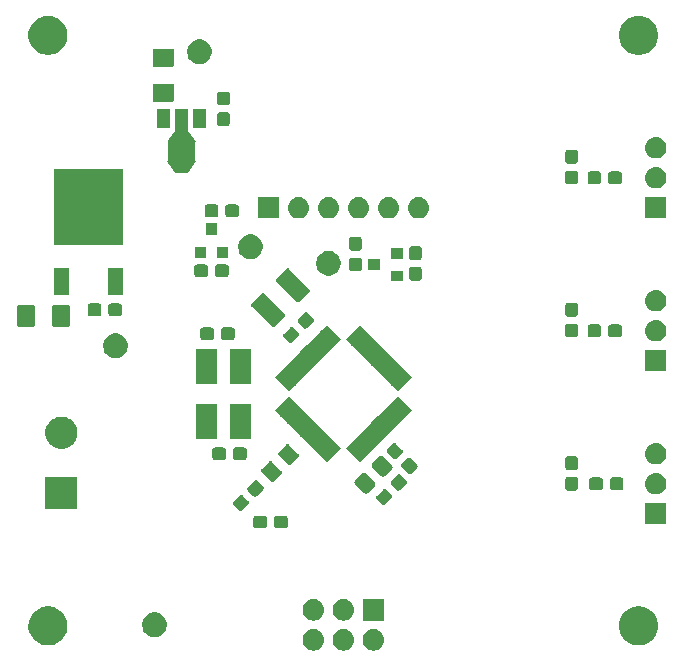
<source format=gbr>
G04 #@! TF.GenerationSoftware,KiCad,Pcbnew,5.1.4+dfsg1-1*
G04 #@! TF.CreationDate,2019-10-01T15:37:08+02:00*
G04 #@! TF.ProjectId,joystick-pcb,6a6f7973-7469-4636-9b2d-7063622e6b69,1*
G04 #@! TF.SameCoordinates,Original*
G04 #@! TF.FileFunction,Soldermask,Top*
G04 #@! TF.FilePolarity,Negative*
%FSLAX46Y46*%
G04 Gerber Fmt 4.6, Leading zero omitted, Abs format (unit mm)*
G04 Created by KiCad (PCBNEW 5.1.4+dfsg1-1) date 2019-10-01 15:37:08*
%MOMM*%
%LPD*%
G04 APERTURE LIST*
%ADD10C,0.100000*%
G04 APERTURE END LIST*
D10*
G36*
X162739294Y-105270633D02*
G01*
X162911695Y-105322931D01*
X163070583Y-105407858D01*
X163209849Y-105522151D01*
X163324142Y-105661417D01*
X163409069Y-105820305D01*
X163461367Y-105992706D01*
X163479025Y-106172000D01*
X163461367Y-106351294D01*
X163409069Y-106523695D01*
X163324142Y-106682583D01*
X163209849Y-106821849D01*
X163070583Y-106936142D01*
X162911695Y-107021069D01*
X162739294Y-107073367D01*
X162604931Y-107086600D01*
X162515069Y-107086600D01*
X162380706Y-107073367D01*
X162208305Y-107021069D01*
X162049417Y-106936142D01*
X161910151Y-106821849D01*
X161795858Y-106682583D01*
X161710931Y-106523695D01*
X161658633Y-106351294D01*
X161640975Y-106172000D01*
X161658633Y-105992706D01*
X161710931Y-105820305D01*
X161795858Y-105661417D01*
X161910151Y-105522151D01*
X162049417Y-105407858D01*
X162208305Y-105322931D01*
X162380706Y-105270633D01*
X162515069Y-105257400D01*
X162604931Y-105257400D01*
X162739294Y-105270633D01*
X162739294Y-105270633D01*
G37*
G36*
X157659294Y-105270633D02*
G01*
X157831695Y-105322931D01*
X157990583Y-105407858D01*
X158129849Y-105522151D01*
X158244142Y-105661417D01*
X158329069Y-105820305D01*
X158381367Y-105992706D01*
X158399025Y-106172000D01*
X158381367Y-106351294D01*
X158329069Y-106523695D01*
X158244142Y-106682583D01*
X158129849Y-106821849D01*
X157990583Y-106936142D01*
X157831695Y-107021069D01*
X157659294Y-107073367D01*
X157524931Y-107086600D01*
X157435069Y-107086600D01*
X157300706Y-107073367D01*
X157128305Y-107021069D01*
X156969417Y-106936142D01*
X156830151Y-106821849D01*
X156715858Y-106682583D01*
X156630931Y-106523695D01*
X156578633Y-106351294D01*
X156560975Y-106172000D01*
X156578633Y-105992706D01*
X156630931Y-105820305D01*
X156715858Y-105661417D01*
X156830151Y-105522151D01*
X156969417Y-105407858D01*
X157128305Y-105322931D01*
X157300706Y-105270633D01*
X157435069Y-105257400D01*
X157524931Y-105257400D01*
X157659294Y-105270633D01*
X157659294Y-105270633D01*
G37*
G36*
X160199294Y-105270633D02*
G01*
X160371695Y-105322931D01*
X160530583Y-105407858D01*
X160669849Y-105522151D01*
X160784142Y-105661417D01*
X160869069Y-105820305D01*
X160921367Y-105992706D01*
X160939025Y-106172000D01*
X160921367Y-106351294D01*
X160869069Y-106523695D01*
X160784142Y-106682583D01*
X160669849Y-106821849D01*
X160530583Y-106936142D01*
X160371695Y-107021069D01*
X160199294Y-107073367D01*
X160064931Y-107086600D01*
X159975069Y-107086600D01*
X159840706Y-107073367D01*
X159668305Y-107021069D01*
X159509417Y-106936142D01*
X159370151Y-106821849D01*
X159255858Y-106682583D01*
X159170931Y-106523695D01*
X159118633Y-106351294D01*
X159100975Y-106172000D01*
X159118633Y-105992706D01*
X159170931Y-105820305D01*
X159255858Y-105661417D01*
X159370151Y-105522151D01*
X159509417Y-105407858D01*
X159668305Y-105322931D01*
X159840706Y-105270633D01*
X159975069Y-105257400D01*
X160064931Y-105257400D01*
X160199294Y-105270633D01*
X160199294Y-105270633D01*
G37*
G36*
X185375256Y-103391298D02*
G01*
X185481579Y-103412447D01*
X185782042Y-103536903D01*
X186052451Y-103717585D01*
X186282415Y-103947549D01*
X186463097Y-104217958D01*
X186540227Y-104404165D01*
X186587553Y-104518422D01*
X186643262Y-104798486D01*
X186651000Y-104837391D01*
X186651000Y-105162609D01*
X186587553Y-105481579D01*
X186463097Y-105782042D01*
X186282415Y-106052451D01*
X186052451Y-106282415D01*
X185782042Y-106463097D01*
X185481579Y-106587553D01*
X185375256Y-106608702D01*
X185162611Y-106651000D01*
X184837389Y-106651000D01*
X184624744Y-106608702D01*
X184518421Y-106587553D01*
X184217958Y-106463097D01*
X183947549Y-106282415D01*
X183717585Y-106052451D01*
X183536903Y-105782042D01*
X183412447Y-105481579D01*
X183349000Y-105162609D01*
X183349000Y-104837391D01*
X183356739Y-104798486D01*
X183412447Y-104518422D01*
X183459774Y-104404165D01*
X183536903Y-104217958D01*
X183717585Y-103947549D01*
X183947549Y-103717585D01*
X184217958Y-103536903D01*
X184518421Y-103412447D01*
X184624744Y-103391298D01*
X184837389Y-103349000D01*
X185162611Y-103349000D01*
X185375256Y-103391298D01*
X185375256Y-103391298D01*
G37*
G36*
X135375256Y-103391298D02*
G01*
X135481579Y-103412447D01*
X135782042Y-103536903D01*
X136052451Y-103717585D01*
X136282415Y-103947549D01*
X136463097Y-104217958D01*
X136540227Y-104404165D01*
X136587553Y-104518422D01*
X136643262Y-104798486D01*
X136651000Y-104837391D01*
X136651000Y-105162609D01*
X136587553Y-105481579D01*
X136463097Y-105782042D01*
X136282415Y-106052451D01*
X136052451Y-106282415D01*
X135782042Y-106463097D01*
X135481579Y-106587553D01*
X135375256Y-106608702D01*
X135162611Y-106651000D01*
X134837389Y-106651000D01*
X134624744Y-106608702D01*
X134518421Y-106587553D01*
X134217958Y-106463097D01*
X133947549Y-106282415D01*
X133717585Y-106052451D01*
X133536903Y-105782042D01*
X133412447Y-105481579D01*
X133349000Y-105162609D01*
X133349000Y-104837391D01*
X133356739Y-104798486D01*
X133412447Y-104518422D01*
X133459774Y-104404165D01*
X133536903Y-104217958D01*
X133717585Y-103947549D01*
X133947549Y-103717585D01*
X134217958Y-103536903D01*
X134518421Y-103412447D01*
X134624744Y-103391298D01*
X134837389Y-103349000D01*
X135162611Y-103349000D01*
X135375256Y-103391298D01*
X135375256Y-103391298D01*
G37*
G36*
X144324564Y-103891389D02*
G01*
X144460151Y-103947551D01*
X144515835Y-103970616D01*
X144687973Y-104085635D01*
X144834365Y-104232027D01*
X144944023Y-104396141D01*
X144949385Y-104404167D01*
X145028611Y-104595436D01*
X145069000Y-104798484D01*
X145069000Y-105005516D01*
X145028611Y-105208564D01*
X144981238Y-105322932D01*
X144949384Y-105399835D01*
X144834365Y-105571973D01*
X144687973Y-105718365D01*
X144515835Y-105833384D01*
X144515834Y-105833385D01*
X144515833Y-105833385D01*
X144324564Y-105912611D01*
X144121516Y-105953000D01*
X143914484Y-105953000D01*
X143711436Y-105912611D01*
X143520167Y-105833385D01*
X143520166Y-105833385D01*
X143520165Y-105833384D01*
X143348027Y-105718365D01*
X143201635Y-105571973D01*
X143086616Y-105399835D01*
X143054762Y-105322932D01*
X143007389Y-105208564D01*
X142967000Y-105005516D01*
X142967000Y-104798484D01*
X143007389Y-104595436D01*
X143086615Y-104404167D01*
X143091978Y-104396141D01*
X143201635Y-104232027D01*
X143348027Y-104085635D01*
X143520165Y-103970616D01*
X143575849Y-103947551D01*
X143711436Y-103891389D01*
X143914484Y-103851000D01*
X144121516Y-103851000D01*
X144324564Y-103891389D01*
X144324564Y-103891389D01*
G37*
G36*
X163474600Y-104546600D02*
G01*
X161645400Y-104546600D01*
X161645400Y-102717400D01*
X163474600Y-102717400D01*
X163474600Y-104546600D01*
X163474600Y-104546600D01*
G37*
G36*
X157659294Y-102730633D02*
G01*
X157831695Y-102782931D01*
X157990583Y-102867858D01*
X158129849Y-102982151D01*
X158244142Y-103121417D01*
X158329069Y-103280305D01*
X158381367Y-103452706D01*
X158399025Y-103632000D01*
X158381367Y-103811294D01*
X158329069Y-103983695D01*
X158244142Y-104142583D01*
X158129849Y-104281849D01*
X157990583Y-104396142D01*
X157831695Y-104481069D01*
X157659294Y-104533367D01*
X157524931Y-104546600D01*
X157435069Y-104546600D01*
X157300706Y-104533367D01*
X157128305Y-104481069D01*
X156969417Y-104396142D01*
X156830151Y-104281849D01*
X156715858Y-104142583D01*
X156630931Y-103983695D01*
X156578633Y-103811294D01*
X156560975Y-103632000D01*
X156578633Y-103452706D01*
X156630931Y-103280305D01*
X156715858Y-103121417D01*
X156830151Y-102982151D01*
X156969417Y-102867858D01*
X157128305Y-102782931D01*
X157300706Y-102730633D01*
X157435069Y-102717400D01*
X157524931Y-102717400D01*
X157659294Y-102730633D01*
X157659294Y-102730633D01*
G37*
G36*
X160199294Y-102730633D02*
G01*
X160371695Y-102782931D01*
X160530583Y-102867858D01*
X160669849Y-102982151D01*
X160784142Y-103121417D01*
X160869069Y-103280305D01*
X160921367Y-103452706D01*
X160939025Y-103632000D01*
X160921367Y-103811294D01*
X160869069Y-103983695D01*
X160784142Y-104142583D01*
X160669849Y-104281849D01*
X160530583Y-104396142D01*
X160371695Y-104481069D01*
X160199294Y-104533367D01*
X160064931Y-104546600D01*
X159975069Y-104546600D01*
X159840706Y-104533367D01*
X159668305Y-104481069D01*
X159509417Y-104396142D01*
X159370151Y-104281849D01*
X159255858Y-104142583D01*
X159170931Y-103983695D01*
X159118633Y-103811294D01*
X159100975Y-103632000D01*
X159118633Y-103452706D01*
X159170931Y-103280305D01*
X159255858Y-103121417D01*
X159370151Y-102982151D01*
X159509417Y-102867858D01*
X159668305Y-102782931D01*
X159840706Y-102730633D01*
X159975069Y-102717400D01*
X160064931Y-102717400D01*
X160199294Y-102730633D01*
X160199294Y-102730633D01*
G37*
G36*
X153385999Y-95680945D02*
G01*
X153423495Y-95692320D01*
X153458054Y-95710792D01*
X153488347Y-95735653D01*
X153513208Y-95765946D01*
X153531680Y-95800505D01*
X153543055Y-95838001D01*
X153547500Y-95883138D01*
X153547500Y-96521862D01*
X153543055Y-96566999D01*
X153531680Y-96604495D01*
X153513208Y-96639054D01*
X153488347Y-96669347D01*
X153458054Y-96694208D01*
X153423495Y-96712680D01*
X153385999Y-96724055D01*
X153340862Y-96728500D01*
X152602138Y-96728500D01*
X152557001Y-96724055D01*
X152519505Y-96712680D01*
X152484946Y-96694208D01*
X152454653Y-96669347D01*
X152429792Y-96639054D01*
X152411320Y-96604495D01*
X152399945Y-96566999D01*
X152395500Y-96521862D01*
X152395500Y-95883138D01*
X152399945Y-95838001D01*
X152411320Y-95800505D01*
X152429792Y-95765946D01*
X152454653Y-95735653D01*
X152484946Y-95710792D01*
X152519505Y-95692320D01*
X152557001Y-95680945D01*
X152602138Y-95676500D01*
X153340862Y-95676500D01*
X153385999Y-95680945D01*
X153385999Y-95680945D01*
G37*
G36*
X155135999Y-95680945D02*
G01*
X155173495Y-95692320D01*
X155208054Y-95710792D01*
X155238347Y-95735653D01*
X155263208Y-95765946D01*
X155281680Y-95800505D01*
X155293055Y-95838001D01*
X155297500Y-95883138D01*
X155297500Y-96521862D01*
X155293055Y-96566999D01*
X155281680Y-96604495D01*
X155263208Y-96639054D01*
X155238347Y-96669347D01*
X155208054Y-96694208D01*
X155173495Y-96712680D01*
X155135999Y-96724055D01*
X155090862Y-96728500D01*
X154352138Y-96728500D01*
X154307001Y-96724055D01*
X154269505Y-96712680D01*
X154234946Y-96694208D01*
X154204653Y-96669347D01*
X154179792Y-96639054D01*
X154161320Y-96604495D01*
X154149945Y-96566999D01*
X154145500Y-96521862D01*
X154145500Y-95883138D01*
X154149945Y-95838001D01*
X154161320Y-95800505D01*
X154179792Y-95765946D01*
X154204653Y-95735653D01*
X154234946Y-95710792D01*
X154269505Y-95692320D01*
X154307001Y-95680945D01*
X154352138Y-95676500D01*
X155090862Y-95676500D01*
X155135999Y-95680945D01*
X155135999Y-95680945D01*
G37*
G36*
X187353000Y-96405000D02*
G01*
X185551000Y-96405000D01*
X185551000Y-94603000D01*
X187353000Y-94603000D01*
X187353000Y-96405000D01*
X187353000Y-96405000D01*
G37*
G36*
X151411136Y-93906981D02*
G01*
X151448632Y-93918356D01*
X151483191Y-93936828D01*
X151518255Y-93965604D01*
X151969896Y-94417245D01*
X151998672Y-94452309D01*
X152017144Y-94486868D01*
X152028519Y-94524364D01*
X152032359Y-94563363D01*
X152028519Y-94602362D01*
X152017144Y-94639858D01*
X151998672Y-94674417D01*
X151969896Y-94709481D01*
X151447545Y-95231832D01*
X151412481Y-95260608D01*
X151377922Y-95279080D01*
X151340426Y-95290455D01*
X151301427Y-95294295D01*
X151262428Y-95290455D01*
X151224932Y-95279080D01*
X151190373Y-95260608D01*
X151155309Y-95231832D01*
X150703668Y-94780191D01*
X150674892Y-94745127D01*
X150656420Y-94710568D01*
X150645045Y-94673072D01*
X150641205Y-94634073D01*
X150645045Y-94595074D01*
X150656420Y-94557578D01*
X150674892Y-94523019D01*
X150703668Y-94487955D01*
X151226019Y-93965604D01*
X151261083Y-93936828D01*
X151295642Y-93918356D01*
X151333138Y-93906981D01*
X151372137Y-93903141D01*
X151411136Y-93906981D01*
X151411136Y-93906981D01*
G37*
G36*
X137495000Y-95077000D02*
G01*
X134793000Y-95077000D01*
X134793000Y-92375000D01*
X137495000Y-92375000D01*
X137495000Y-95077000D01*
X137495000Y-95077000D01*
G37*
G36*
X163539636Y-93398981D02*
G01*
X163577132Y-93410356D01*
X163611691Y-93428828D01*
X163646755Y-93457604D01*
X164098396Y-93909245D01*
X164127172Y-93944309D01*
X164145644Y-93978868D01*
X164157019Y-94016364D01*
X164160859Y-94055363D01*
X164157019Y-94094362D01*
X164145644Y-94131858D01*
X164127172Y-94166417D01*
X164098396Y-94201481D01*
X163576045Y-94723832D01*
X163540981Y-94752608D01*
X163506422Y-94771080D01*
X163468926Y-94782455D01*
X163429927Y-94786295D01*
X163390928Y-94782455D01*
X163353432Y-94771080D01*
X163318873Y-94752608D01*
X163283809Y-94723832D01*
X162832168Y-94272191D01*
X162803392Y-94237127D01*
X162784920Y-94202568D01*
X162773545Y-94165072D01*
X162769705Y-94126073D01*
X162773545Y-94087074D01*
X162784920Y-94049578D01*
X162803392Y-94015019D01*
X162832168Y-93979955D01*
X163354519Y-93457604D01*
X163389583Y-93428828D01*
X163424142Y-93410356D01*
X163461638Y-93398981D01*
X163500637Y-93395141D01*
X163539636Y-93398981D01*
X163539636Y-93398981D01*
G37*
G36*
X152648572Y-92669545D02*
G01*
X152686068Y-92680920D01*
X152720627Y-92699392D01*
X152755691Y-92728168D01*
X153207332Y-93179809D01*
X153236108Y-93214873D01*
X153254580Y-93249432D01*
X153265955Y-93286928D01*
X153269795Y-93325927D01*
X153265955Y-93364926D01*
X153254580Y-93402422D01*
X153236108Y-93436981D01*
X153207332Y-93472045D01*
X152684981Y-93994396D01*
X152649917Y-94023172D01*
X152615358Y-94041644D01*
X152577862Y-94053019D01*
X152538863Y-94056859D01*
X152499864Y-94053019D01*
X152462368Y-94041644D01*
X152427809Y-94023172D01*
X152392745Y-93994396D01*
X151941104Y-93542755D01*
X151912328Y-93507691D01*
X151893856Y-93473132D01*
X151882481Y-93435636D01*
X151878641Y-93396637D01*
X151882481Y-93357638D01*
X151893856Y-93320142D01*
X151912328Y-93285583D01*
X151941104Y-93250519D01*
X152463455Y-92728168D01*
X152498519Y-92699392D01*
X152533078Y-92680920D01*
X152570574Y-92669545D01*
X152609573Y-92665705D01*
X152648572Y-92669545D01*
X152648572Y-92669545D01*
G37*
G36*
X186562443Y-92069519D02*
G01*
X186628627Y-92076037D01*
X186798466Y-92127557D01*
X186954991Y-92211222D01*
X186974595Y-92227311D01*
X187092186Y-92323814D01*
X187144861Y-92388000D01*
X187204778Y-92461009D01*
X187288443Y-92617534D01*
X187339963Y-92787373D01*
X187357359Y-92964000D01*
X187339963Y-93140627D01*
X187288443Y-93310466D01*
X187204778Y-93466991D01*
X187185895Y-93490000D01*
X187092186Y-93604186D01*
X186990729Y-93687448D01*
X186954991Y-93716778D01*
X186954989Y-93716779D01*
X186822247Y-93787732D01*
X186798466Y-93800443D01*
X186628627Y-93851963D01*
X186562443Y-93858481D01*
X186496260Y-93865000D01*
X186407740Y-93865000D01*
X186341557Y-93858481D01*
X186275373Y-93851963D01*
X186105534Y-93800443D01*
X186081754Y-93787732D01*
X185949011Y-93716779D01*
X185949009Y-93716778D01*
X185913271Y-93687448D01*
X185811814Y-93604186D01*
X185718105Y-93490000D01*
X185699222Y-93466991D01*
X185615557Y-93310466D01*
X185564037Y-93140627D01*
X185546641Y-92964000D01*
X185564037Y-92787373D01*
X185615557Y-92617534D01*
X185699222Y-92461009D01*
X185759139Y-92388000D01*
X185811814Y-92323814D01*
X185929405Y-92227311D01*
X185949009Y-92211222D01*
X186105534Y-92127557D01*
X186275373Y-92076037D01*
X186341557Y-92069519D01*
X186407740Y-92063000D01*
X186496260Y-92063000D01*
X186562443Y-92069519D01*
X186562443Y-92069519D01*
G37*
G36*
X161786023Y-92041036D02*
G01*
X161823716Y-92052470D01*
X161858452Y-92071037D01*
X161893665Y-92099935D01*
X162662065Y-92868335D01*
X162690963Y-92903548D01*
X162709530Y-92938284D01*
X162720964Y-92975977D01*
X162724824Y-93015172D01*
X162720964Y-93054367D01*
X162709530Y-93092060D01*
X162690963Y-93126796D01*
X162662065Y-93162009D01*
X162070441Y-93753633D01*
X162035228Y-93782531D01*
X162000492Y-93801098D01*
X161962799Y-93812532D01*
X161923604Y-93816392D01*
X161884409Y-93812532D01*
X161846716Y-93801098D01*
X161811980Y-93782531D01*
X161776767Y-93753633D01*
X161008367Y-92985233D01*
X160979469Y-92950020D01*
X160960902Y-92915284D01*
X160949468Y-92877591D01*
X160945608Y-92838396D01*
X160949468Y-92799201D01*
X160960902Y-92761508D01*
X160979469Y-92726772D01*
X161008367Y-92691559D01*
X161599991Y-92099935D01*
X161635204Y-92071037D01*
X161669940Y-92052470D01*
X161707633Y-92041036D01*
X161746828Y-92037176D01*
X161786023Y-92041036D01*
X161786023Y-92041036D01*
G37*
G36*
X164777072Y-92161545D02*
G01*
X164814568Y-92172920D01*
X164849127Y-92191392D01*
X164884191Y-92220168D01*
X165335832Y-92671809D01*
X165364608Y-92706873D01*
X165383080Y-92741432D01*
X165394455Y-92778928D01*
X165398295Y-92817927D01*
X165394455Y-92856926D01*
X165383080Y-92894422D01*
X165364608Y-92928981D01*
X165335832Y-92964045D01*
X164813481Y-93486396D01*
X164778417Y-93515172D01*
X164743858Y-93533644D01*
X164706362Y-93545019D01*
X164667363Y-93548859D01*
X164628364Y-93545019D01*
X164590868Y-93533644D01*
X164556309Y-93515172D01*
X164521245Y-93486396D01*
X164069604Y-93034755D01*
X164040828Y-92999691D01*
X164022356Y-92965132D01*
X164010981Y-92927636D01*
X164007141Y-92888637D01*
X164010981Y-92849638D01*
X164022356Y-92812142D01*
X164040828Y-92777583D01*
X164069604Y-92742519D01*
X164591955Y-92220168D01*
X164627019Y-92191392D01*
X164661578Y-92172920D01*
X164699074Y-92161545D01*
X164738073Y-92157705D01*
X164777072Y-92161545D01*
X164777072Y-92161545D01*
G37*
G36*
X179704499Y-92392445D02*
G01*
X179741995Y-92403820D01*
X179776554Y-92422292D01*
X179806847Y-92447153D01*
X179831708Y-92477446D01*
X179850180Y-92512005D01*
X179861555Y-92549501D01*
X179866000Y-92594638D01*
X179866000Y-93333362D01*
X179861555Y-93378499D01*
X179850180Y-93415995D01*
X179831708Y-93450554D01*
X179806847Y-93480847D01*
X179776554Y-93505708D01*
X179741995Y-93524180D01*
X179704499Y-93535555D01*
X179659362Y-93540000D01*
X179020638Y-93540000D01*
X178975501Y-93535555D01*
X178938005Y-93524180D01*
X178903446Y-93505708D01*
X178873153Y-93480847D01*
X178848292Y-93450554D01*
X178829820Y-93415995D01*
X178818445Y-93378499D01*
X178814000Y-93333362D01*
X178814000Y-92594638D01*
X178818445Y-92549501D01*
X178829820Y-92512005D01*
X178848292Y-92477446D01*
X178873153Y-92447153D01*
X178903446Y-92422292D01*
X178938005Y-92403820D01*
X178975501Y-92392445D01*
X179020638Y-92388000D01*
X179659362Y-92388000D01*
X179704499Y-92392445D01*
X179704499Y-92392445D01*
G37*
G36*
X183564499Y-92442445D02*
G01*
X183601995Y-92453820D01*
X183636554Y-92472292D01*
X183666847Y-92497153D01*
X183691708Y-92527446D01*
X183710180Y-92562005D01*
X183721555Y-92599501D01*
X183726000Y-92644638D01*
X183726000Y-93283362D01*
X183721555Y-93328499D01*
X183710180Y-93365995D01*
X183691708Y-93400554D01*
X183666847Y-93430847D01*
X183636554Y-93455708D01*
X183601995Y-93474180D01*
X183564499Y-93485555D01*
X183519362Y-93490000D01*
X182780638Y-93490000D01*
X182735501Y-93485555D01*
X182698005Y-93474180D01*
X182663446Y-93455708D01*
X182633153Y-93430847D01*
X182608292Y-93400554D01*
X182589820Y-93365995D01*
X182578445Y-93328499D01*
X182574000Y-93283362D01*
X182574000Y-92644638D01*
X182578445Y-92599501D01*
X182589820Y-92562005D01*
X182608292Y-92527446D01*
X182633153Y-92497153D01*
X182663446Y-92472292D01*
X182698005Y-92453820D01*
X182735501Y-92442445D01*
X182780638Y-92438000D01*
X183519362Y-92438000D01*
X183564499Y-92442445D01*
X183564499Y-92442445D01*
G37*
G36*
X181814499Y-92442445D02*
G01*
X181851995Y-92453820D01*
X181886554Y-92472292D01*
X181916847Y-92497153D01*
X181941708Y-92527446D01*
X181960180Y-92562005D01*
X181971555Y-92599501D01*
X181976000Y-92644638D01*
X181976000Y-93283362D01*
X181971555Y-93328499D01*
X181960180Y-93365995D01*
X181941708Y-93400554D01*
X181916847Y-93430847D01*
X181886554Y-93455708D01*
X181851995Y-93474180D01*
X181814499Y-93485555D01*
X181769362Y-93490000D01*
X181030638Y-93490000D01*
X180985501Y-93485555D01*
X180948005Y-93474180D01*
X180913446Y-93455708D01*
X180883153Y-93430847D01*
X180858292Y-93400554D01*
X180839820Y-93365995D01*
X180828445Y-93328499D01*
X180824000Y-93283362D01*
X180824000Y-92644638D01*
X180828445Y-92599501D01*
X180839820Y-92562005D01*
X180858292Y-92527446D01*
X180883153Y-92497153D01*
X180913446Y-92472292D01*
X180948005Y-92453820D01*
X180985501Y-92442445D01*
X181030638Y-92438000D01*
X181769362Y-92438000D01*
X181814499Y-92442445D01*
X181814499Y-92442445D01*
G37*
G36*
X153885739Y-91051320D02*
G01*
X153923432Y-91062754D01*
X153958168Y-91081321D01*
X153993381Y-91110219D01*
X154761781Y-91878619D01*
X154790679Y-91913832D01*
X154809246Y-91948568D01*
X154820680Y-91986261D01*
X154824540Y-92025456D01*
X154820680Y-92064651D01*
X154809246Y-92102344D01*
X154790679Y-92137080D01*
X154761781Y-92172293D01*
X154170157Y-92763917D01*
X154134944Y-92792815D01*
X154100208Y-92811382D01*
X154062515Y-92822816D01*
X154023320Y-92826676D01*
X153984125Y-92822816D01*
X153946432Y-92811382D01*
X153911696Y-92792815D01*
X153876483Y-92763917D01*
X153108083Y-91995517D01*
X153079185Y-91960304D01*
X153060618Y-91925568D01*
X153049184Y-91887875D01*
X153045324Y-91848680D01*
X153049184Y-91809485D01*
X153060618Y-91771792D01*
X153079185Y-91737056D01*
X153108083Y-91701843D01*
X153699707Y-91110219D01*
X153734920Y-91081321D01*
X153769656Y-91062754D01*
X153807349Y-91051320D01*
X153846544Y-91047460D01*
X153885739Y-91051320D01*
X153885739Y-91051320D01*
G37*
G36*
X163235591Y-90591468D02*
G01*
X163273284Y-90602902D01*
X163308020Y-90621469D01*
X163343233Y-90650367D01*
X164111633Y-91418767D01*
X164140531Y-91453980D01*
X164159098Y-91488716D01*
X164170532Y-91526409D01*
X164174392Y-91565604D01*
X164170532Y-91604799D01*
X164159098Y-91642492D01*
X164140531Y-91677228D01*
X164111633Y-91712441D01*
X163520009Y-92304065D01*
X163484796Y-92332963D01*
X163450060Y-92351530D01*
X163412367Y-92362964D01*
X163373172Y-92366824D01*
X163333977Y-92362964D01*
X163296284Y-92351530D01*
X163261548Y-92332963D01*
X163226335Y-92304065D01*
X162457935Y-91535665D01*
X162429037Y-91500452D01*
X162410470Y-91465716D01*
X162399036Y-91428023D01*
X162395176Y-91388828D01*
X162399036Y-91349633D01*
X162410470Y-91311940D01*
X162429037Y-91277204D01*
X162457935Y-91241991D01*
X163049559Y-90650367D01*
X163084772Y-90621469D01*
X163119508Y-90602902D01*
X163157201Y-90591468D01*
X163196396Y-90587608D01*
X163235591Y-90591468D01*
X163235591Y-90591468D01*
G37*
G36*
X165611644Y-90748263D02*
G01*
X165649140Y-90759638D01*
X165683699Y-90778110D01*
X165718763Y-90806886D01*
X166241114Y-91329237D01*
X166269890Y-91364301D01*
X166288362Y-91398860D01*
X166299737Y-91436356D01*
X166303577Y-91475355D01*
X166299737Y-91514354D01*
X166288362Y-91551850D01*
X166269890Y-91586409D01*
X166241114Y-91621473D01*
X165789473Y-92073114D01*
X165754409Y-92101890D01*
X165719850Y-92120362D01*
X165682354Y-92131737D01*
X165643355Y-92135577D01*
X165604356Y-92131737D01*
X165566860Y-92120362D01*
X165532301Y-92101890D01*
X165497237Y-92073114D01*
X164974886Y-91550763D01*
X164946110Y-91515699D01*
X164927638Y-91481140D01*
X164916263Y-91443644D01*
X164912423Y-91404645D01*
X164916263Y-91365646D01*
X164927638Y-91328150D01*
X164946110Y-91293591D01*
X164974886Y-91258527D01*
X165426527Y-90806886D01*
X165461591Y-90778110D01*
X165496150Y-90759638D01*
X165533646Y-90748263D01*
X165572645Y-90744423D01*
X165611644Y-90748263D01*
X165611644Y-90748263D01*
G37*
G36*
X179704499Y-90642445D02*
G01*
X179741995Y-90653820D01*
X179776554Y-90672292D01*
X179806847Y-90697153D01*
X179831708Y-90727446D01*
X179850180Y-90762005D01*
X179861555Y-90799501D01*
X179866000Y-90844638D01*
X179866000Y-91583362D01*
X179861555Y-91628499D01*
X179850180Y-91665995D01*
X179831708Y-91700554D01*
X179806847Y-91730847D01*
X179776554Y-91755708D01*
X179741995Y-91774180D01*
X179704499Y-91785555D01*
X179659362Y-91790000D01*
X179020638Y-91790000D01*
X178975501Y-91785555D01*
X178938005Y-91774180D01*
X178903446Y-91755708D01*
X178873153Y-91730847D01*
X178848292Y-91700554D01*
X178829820Y-91665995D01*
X178818445Y-91628499D01*
X178814000Y-91583362D01*
X178814000Y-90844638D01*
X178818445Y-90799501D01*
X178829820Y-90762005D01*
X178848292Y-90727446D01*
X178873153Y-90697153D01*
X178903446Y-90672292D01*
X178938005Y-90653820D01*
X178975501Y-90642445D01*
X179020638Y-90638000D01*
X179659362Y-90638000D01*
X179704499Y-90642445D01*
X179704499Y-90642445D01*
G37*
G36*
X155335307Y-89601752D02*
G01*
X155373000Y-89613186D01*
X155407736Y-89631753D01*
X155442949Y-89660651D01*
X156211349Y-90429051D01*
X156240247Y-90464264D01*
X156258814Y-90499000D01*
X156270248Y-90536693D01*
X156274108Y-90575888D01*
X156270248Y-90615083D01*
X156258814Y-90652776D01*
X156240247Y-90687512D01*
X156211349Y-90722725D01*
X155619725Y-91314349D01*
X155584512Y-91343247D01*
X155549776Y-91361814D01*
X155512083Y-91373248D01*
X155472888Y-91377108D01*
X155433693Y-91373248D01*
X155396000Y-91361814D01*
X155361264Y-91343247D01*
X155326051Y-91314349D01*
X154557651Y-90545949D01*
X154528753Y-90510736D01*
X154510186Y-90476000D01*
X154498752Y-90438307D01*
X154494892Y-90399112D01*
X154498752Y-90359917D01*
X154510186Y-90322224D01*
X154528753Y-90287488D01*
X154557651Y-90252275D01*
X155149275Y-89660651D01*
X155184488Y-89631753D01*
X155219224Y-89613186D01*
X155256917Y-89601752D01*
X155296112Y-89597892D01*
X155335307Y-89601752D01*
X155335307Y-89601752D01*
G37*
G36*
X186562442Y-89529518D02*
G01*
X186628627Y-89536037D01*
X186798466Y-89587557D01*
X186954991Y-89671222D01*
X186984441Y-89695391D01*
X187092186Y-89783814D01*
X187175448Y-89885271D01*
X187204778Y-89921009D01*
X187288443Y-90077534D01*
X187339963Y-90247373D01*
X187357359Y-90424000D01*
X187339963Y-90600627D01*
X187288443Y-90770466D01*
X187204778Y-90926991D01*
X187189543Y-90945555D01*
X187092186Y-91064186D01*
X186990729Y-91147448D01*
X186954991Y-91176778D01*
X186798466Y-91260443D01*
X186628627Y-91311963D01*
X186562442Y-91318482D01*
X186496260Y-91325000D01*
X186407740Y-91325000D01*
X186341557Y-91318481D01*
X186275373Y-91311963D01*
X186105534Y-91260443D01*
X185949009Y-91176778D01*
X185913271Y-91147448D01*
X185811814Y-91064186D01*
X185714457Y-90945555D01*
X185699222Y-90926991D01*
X185615557Y-90770466D01*
X185564037Y-90600627D01*
X185546641Y-90424000D01*
X185564037Y-90247373D01*
X185615557Y-90077534D01*
X185699222Y-89921009D01*
X185728552Y-89885271D01*
X185811814Y-89783814D01*
X185919559Y-89695391D01*
X185949009Y-89671222D01*
X186105534Y-89587557D01*
X186275373Y-89536037D01*
X186341558Y-89529518D01*
X186407740Y-89523000D01*
X186496260Y-89523000D01*
X186562442Y-89529518D01*
X186562442Y-89529518D01*
G37*
G36*
X155867162Y-85998074D02*
G01*
X155867162Y-85998075D01*
X155883426Y-86014339D01*
X155883432Y-86014344D01*
X155971814Y-86102726D01*
X155971814Y-86102725D01*
X156432848Y-86563759D01*
X156432848Y-86563760D01*
X156521230Y-86652142D01*
X156521235Y-86652148D01*
X156537499Y-86668412D01*
X156537499Y-86668411D01*
X156998533Y-87129445D01*
X156998533Y-87129446D01*
X157103184Y-87234097D01*
X157103184Y-87234096D01*
X157564218Y-87695130D01*
X157564218Y-87695131D01*
X157668870Y-87799783D01*
X157668870Y-87799782D01*
X158129904Y-88260816D01*
X158129904Y-88260817D01*
X158234555Y-88365468D01*
X158234555Y-88365467D01*
X158695589Y-88826501D01*
X158695589Y-88826502D01*
X158711853Y-88842766D01*
X158711859Y-88842771D01*
X158800241Y-88931153D01*
X158800241Y-88931152D01*
X159261275Y-89392186D01*
X159261275Y-89392187D01*
X159349657Y-89480569D01*
X159349662Y-89480575D01*
X159365926Y-89496839D01*
X159365926Y-89496838D01*
X159826960Y-89957872D01*
X158623464Y-91161368D01*
X158162430Y-90700334D01*
X158162431Y-90700334D01*
X158074049Y-90611952D01*
X158074044Y-90611946D01*
X158057780Y-90595682D01*
X158057779Y-90595682D01*
X157596745Y-90134648D01*
X157596746Y-90134648D01*
X157580482Y-90118384D01*
X157580476Y-90118379D01*
X157492094Y-90029997D01*
X157492093Y-90029997D01*
X157031059Y-89568963D01*
X157031060Y-89568963D01*
X156926409Y-89464312D01*
X156926408Y-89464312D01*
X156465374Y-89003278D01*
X156465375Y-89003278D01*
X156360723Y-88898626D01*
X156360722Y-88898626D01*
X155899688Y-88437592D01*
X155899689Y-88437592D01*
X155795038Y-88332941D01*
X155795037Y-88332941D01*
X155334003Y-87871907D01*
X155334004Y-87871907D01*
X155245622Y-87783525D01*
X155245617Y-87783519D01*
X155229353Y-87767255D01*
X155229352Y-87767255D01*
X154768318Y-87306221D01*
X154768319Y-87306221D01*
X154752055Y-87289957D01*
X154752049Y-87289952D01*
X154663667Y-87201570D01*
X154663666Y-87201570D01*
X154202632Y-86740536D01*
X155406128Y-85537040D01*
X155867162Y-85998074D01*
X155867162Y-85998074D01*
G37*
G36*
X165837368Y-86740536D02*
G01*
X165376334Y-87201570D01*
X165271682Y-87306221D01*
X164810648Y-87767255D01*
X164705997Y-87871907D01*
X162547907Y-90029997D01*
X162443255Y-90134648D01*
X161982221Y-90595682D01*
X161877570Y-90700334D01*
X161416536Y-91161368D01*
X160213040Y-89957872D01*
X160674074Y-89496838D01*
X160674075Y-89496839D01*
X160690339Y-89480575D01*
X160690348Y-89480564D01*
X160778726Y-89392187D01*
X160778725Y-89392186D01*
X161239759Y-88931152D01*
X161239760Y-88931153D01*
X161328137Y-88842775D01*
X161328148Y-88842766D01*
X161344412Y-88826502D01*
X161344411Y-88826501D01*
X161805445Y-88365467D01*
X161805446Y-88365468D01*
X161893833Y-88277080D01*
X161910097Y-88260817D01*
X161910096Y-88260816D01*
X162371130Y-87799782D01*
X162371131Y-87799783D01*
X162475783Y-87695131D01*
X162475782Y-87695130D01*
X162936816Y-87234096D01*
X162936817Y-87234097D01*
X163025204Y-87145709D01*
X163041468Y-87129446D01*
X163041467Y-87129445D01*
X163502501Y-86668411D01*
X163502502Y-86668412D01*
X163518766Y-86652148D01*
X163518775Y-86652137D01*
X163607153Y-86563760D01*
X163607152Y-86563759D01*
X164068186Y-86102725D01*
X164068187Y-86102726D01*
X164156564Y-86014348D01*
X164156575Y-86014339D01*
X164172839Y-85998075D01*
X164172838Y-85998074D01*
X164633872Y-85537040D01*
X165837368Y-86740536D01*
X165837368Y-86740536D01*
G37*
G36*
X149907499Y-89902445D02*
G01*
X149944995Y-89913820D01*
X149979554Y-89932292D01*
X150009847Y-89957153D01*
X150034708Y-89987446D01*
X150053180Y-90022005D01*
X150064555Y-90059501D01*
X150069000Y-90104638D01*
X150069000Y-90743362D01*
X150064555Y-90788499D01*
X150053180Y-90825995D01*
X150034708Y-90860554D01*
X150009847Y-90890847D01*
X149979554Y-90915708D01*
X149944995Y-90934180D01*
X149907499Y-90945555D01*
X149862362Y-90950000D01*
X149123638Y-90950000D01*
X149078501Y-90945555D01*
X149041005Y-90934180D01*
X149006446Y-90915708D01*
X148976153Y-90890847D01*
X148951292Y-90860554D01*
X148932820Y-90825995D01*
X148921445Y-90788499D01*
X148917000Y-90743362D01*
X148917000Y-90104638D01*
X148921445Y-90059501D01*
X148932820Y-90022005D01*
X148951292Y-89987446D01*
X148976153Y-89957153D01*
X149006446Y-89932292D01*
X149041005Y-89913820D01*
X149078501Y-89902445D01*
X149123638Y-89898000D01*
X149862362Y-89898000D01*
X149907499Y-89902445D01*
X149907499Y-89902445D01*
G37*
G36*
X151657499Y-89902445D02*
G01*
X151694995Y-89913820D01*
X151729554Y-89932292D01*
X151759847Y-89957153D01*
X151784708Y-89987446D01*
X151803180Y-90022005D01*
X151814555Y-90059501D01*
X151819000Y-90104638D01*
X151819000Y-90743362D01*
X151814555Y-90788499D01*
X151803180Y-90825995D01*
X151784708Y-90860554D01*
X151759847Y-90890847D01*
X151729554Y-90915708D01*
X151694995Y-90934180D01*
X151657499Y-90945555D01*
X151612362Y-90950000D01*
X150873638Y-90950000D01*
X150828501Y-90945555D01*
X150791005Y-90934180D01*
X150756446Y-90915708D01*
X150726153Y-90890847D01*
X150701292Y-90860554D01*
X150682820Y-90825995D01*
X150671445Y-90788499D01*
X150667000Y-90743362D01*
X150667000Y-90104638D01*
X150671445Y-90059501D01*
X150682820Y-90022005D01*
X150701292Y-89987446D01*
X150726153Y-89957153D01*
X150756446Y-89932292D01*
X150791005Y-89913820D01*
X150828501Y-89902445D01*
X150873638Y-89898000D01*
X151612362Y-89898000D01*
X151657499Y-89902445D01*
X151657499Y-89902445D01*
G37*
G36*
X164374208Y-89510827D02*
G01*
X164411704Y-89522202D01*
X164446263Y-89540674D01*
X164481327Y-89569450D01*
X165003678Y-90091801D01*
X165032454Y-90126865D01*
X165050926Y-90161424D01*
X165062301Y-90198920D01*
X165066141Y-90237919D01*
X165062301Y-90276918D01*
X165050926Y-90314414D01*
X165032454Y-90348973D01*
X165003678Y-90384037D01*
X164552037Y-90835678D01*
X164516973Y-90864454D01*
X164482414Y-90882926D01*
X164444918Y-90894301D01*
X164405919Y-90898141D01*
X164366920Y-90894301D01*
X164329424Y-90882926D01*
X164294865Y-90864454D01*
X164259801Y-90835678D01*
X163737450Y-90313327D01*
X163708674Y-90278263D01*
X163690202Y-90243704D01*
X163678827Y-90206208D01*
X163674987Y-90167209D01*
X163678827Y-90128210D01*
X163690202Y-90090714D01*
X163708674Y-90056155D01*
X163737450Y-90021091D01*
X164189091Y-89569450D01*
X164224155Y-89540674D01*
X164258714Y-89522202D01*
X164296210Y-89510827D01*
X164335209Y-89506987D01*
X164374208Y-89510827D01*
X164374208Y-89510827D01*
G37*
G36*
X136538072Y-87346918D02*
G01*
X136783939Y-87448759D01*
X136895328Y-87523187D01*
X137005211Y-87596609D01*
X137193391Y-87784789D01*
X137341242Y-88006063D01*
X137443082Y-88251928D01*
X137495000Y-88512937D01*
X137495000Y-88779063D01*
X137443082Y-89040072D01*
X137341242Y-89285937D01*
X137193541Y-89506987D01*
X137193390Y-89507212D01*
X137005212Y-89695390D01*
X136783939Y-89843241D01*
X136783938Y-89843242D01*
X136783937Y-89843242D01*
X136538072Y-89945082D01*
X136277063Y-89997000D01*
X136010937Y-89997000D01*
X135749928Y-89945082D01*
X135504063Y-89843242D01*
X135504062Y-89843242D01*
X135504061Y-89843241D01*
X135282788Y-89695390D01*
X135094610Y-89507212D01*
X135094460Y-89506987D01*
X134946758Y-89285937D01*
X134844918Y-89040072D01*
X134793000Y-88779063D01*
X134793000Y-88512937D01*
X134844918Y-88251928D01*
X134946758Y-88006063D01*
X135094609Y-87784789D01*
X135282789Y-87596609D01*
X135392672Y-87523187D01*
X135504061Y-87448759D01*
X135749928Y-87346918D01*
X136010937Y-87295000D01*
X136277063Y-87295000D01*
X136538072Y-87346918D01*
X136538072Y-87346918D01*
G37*
G36*
X149311000Y-89145000D02*
G01*
X147559000Y-89145000D01*
X147559000Y-86193000D01*
X149311000Y-86193000D01*
X149311000Y-89145000D01*
X149311000Y-89145000D01*
G37*
G36*
X152161000Y-89145000D02*
G01*
X150409000Y-89145000D01*
X150409000Y-86193000D01*
X152161000Y-86193000D01*
X152161000Y-89145000D01*
X152161000Y-89145000D01*
G37*
G36*
X159826960Y-80730128D02*
G01*
X159349662Y-81207426D01*
X159261275Y-81295814D01*
X158800241Y-81756848D01*
X158711853Y-81845235D01*
X158234555Y-82322533D01*
X158146167Y-82410920D01*
X158129904Y-82427184D01*
X157103184Y-83453904D01*
X157014796Y-83542291D01*
X156998533Y-83558555D01*
X156521235Y-84035853D01*
X156432848Y-84124241D01*
X155971814Y-84585275D01*
X155883426Y-84673662D01*
X155406128Y-85150960D01*
X154202632Y-83947464D01*
X154663666Y-83486430D01*
X154663667Y-83486431D01*
X154752044Y-83398053D01*
X154752055Y-83398044D01*
X154768319Y-83381780D01*
X154768318Y-83381779D01*
X155229352Y-82920745D01*
X155229353Y-82920746D01*
X155245617Y-82904482D01*
X155245626Y-82904471D01*
X155334004Y-82816094D01*
X155334003Y-82816093D01*
X155795037Y-82355059D01*
X155795038Y-82355060D01*
X155899689Y-82250409D01*
X155899688Y-82250408D01*
X156360722Y-81789374D01*
X156360723Y-81789375D01*
X156465375Y-81684723D01*
X156465374Y-81684722D01*
X156926408Y-81223688D01*
X156926409Y-81223689D01*
X157031060Y-81119038D01*
X157031059Y-81119037D01*
X157492093Y-80658003D01*
X157492094Y-80658004D01*
X157580471Y-80569626D01*
X157580482Y-80569617D01*
X157596746Y-80553353D01*
X157596745Y-80553352D01*
X158057779Y-80092318D01*
X158057780Y-80092319D01*
X158074044Y-80076055D01*
X158074053Y-80076044D01*
X158162431Y-79987667D01*
X158162430Y-79987666D01*
X158623464Y-79526632D01*
X159826960Y-80730128D01*
X159826960Y-80730128D01*
G37*
G36*
X161877570Y-79987666D02*
G01*
X161877570Y-79987667D01*
X161965952Y-80076049D01*
X161965957Y-80076055D01*
X161982221Y-80092319D01*
X161982221Y-80092318D01*
X162443255Y-80553352D01*
X162443255Y-80553353D01*
X162459519Y-80569617D01*
X162459525Y-80569622D01*
X162547907Y-80658004D01*
X162547907Y-80658003D01*
X163008941Y-81119037D01*
X163008941Y-81119038D01*
X163113592Y-81223689D01*
X163113592Y-81223688D01*
X163574626Y-81684722D01*
X163574626Y-81684723D01*
X163679278Y-81789375D01*
X163679278Y-81789374D01*
X164140312Y-82250408D01*
X164140312Y-82250409D01*
X164244963Y-82355060D01*
X164244963Y-82355059D01*
X164705997Y-82816093D01*
X164705997Y-82816094D01*
X164794379Y-82904476D01*
X164794384Y-82904482D01*
X164810648Y-82920746D01*
X164810648Y-82920745D01*
X165271682Y-83381779D01*
X165271682Y-83381780D01*
X165287946Y-83398044D01*
X165287952Y-83398049D01*
X165376334Y-83486431D01*
X165376334Y-83486430D01*
X165837368Y-83947464D01*
X164633872Y-85150960D01*
X164172838Y-84689926D01*
X164172839Y-84689926D01*
X164156575Y-84673662D01*
X164156569Y-84673657D01*
X164068187Y-84585275D01*
X164068186Y-84585275D01*
X163607152Y-84124241D01*
X163607153Y-84124241D01*
X163518771Y-84035859D01*
X163518766Y-84035853D01*
X163502502Y-84019589D01*
X163502501Y-84019589D01*
X163041467Y-83558555D01*
X163041468Y-83558555D01*
X162936817Y-83453904D01*
X162936816Y-83453904D01*
X162475782Y-82992870D01*
X162475783Y-82992870D01*
X162371131Y-82888218D01*
X162371130Y-82888218D01*
X161910096Y-82427184D01*
X161910097Y-82427184D01*
X161805446Y-82322533D01*
X161805445Y-82322533D01*
X161344411Y-81861499D01*
X161344412Y-81861499D01*
X161328148Y-81845235D01*
X161328142Y-81845230D01*
X161239760Y-81756848D01*
X161239759Y-81756848D01*
X160778725Y-81295814D01*
X160778726Y-81295814D01*
X160690344Y-81207432D01*
X160690339Y-81207426D01*
X160674075Y-81191162D01*
X160674074Y-81191162D01*
X160213040Y-80730128D01*
X161416536Y-79526632D01*
X161877570Y-79987666D01*
X161877570Y-79987666D01*
G37*
G36*
X149311000Y-84495000D02*
G01*
X147559000Y-84495000D01*
X147559000Y-81543000D01*
X149311000Y-81543000D01*
X149311000Y-84495000D01*
X149311000Y-84495000D01*
G37*
G36*
X152161000Y-84495000D02*
G01*
X150409000Y-84495000D01*
X150409000Y-81543000D01*
X152161000Y-81543000D01*
X152161000Y-84495000D01*
X152161000Y-84495000D01*
G37*
G36*
X187353000Y-83451000D02*
G01*
X185551000Y-83451000D01*
X185551000Y-81649000D01*
X187353000Y-81649000D01*
X187353000Y-83451000D01*
X187353000Y-83451000D01*
G37*
G36*
X141022564Y-80269389D02*
G01*
X141213833Y-80348615D01*
X141213835Y-80348616D01*
X141385973Y-80463635D01*
X141532365Y-80610027D01*
X141642049Y-80774180D01*
X141647385Y-80782167D01*
X141726611Y-80973436D01*
X141767000Y-81176484D01*
X141767000Y-81383516D01*
X141726611Y-81586564D01*
X141656077Y-81756848D01*
X141647384Y-81777835D01*
X141532365Y-81949973D01*
X141385973Y-82096365D01*
X141213835Y-82211384D01*
X141213834Y-82211385D01*
X141213833Y-82211385D01*
X141022564Y-82290611D01*
X140819516Y-82331000D01*
X140612484Y-82331000D01*
X140409436Y-82290611D01*
X140218167Y-82211385D01*
X140218166Y-82211385D01*
X140218165Y-82211384D01*
X140046027Y-82096365D01*
X139899635Y-81949973D01*
X139784616Y-81777835D01*
X139775923Y-81756848D01*
X139705389Y-81586564D01*
X139665000Y-81383516D01*
X139665000Y-81176484D01*
X139705389Y-80973436D01*
X139784615Y-80782167D01*
X139789952Y-80774180D01*
X139899635Y-80610027D01*
X140046027Y-80463635D01*
X140218165Y-80348616D01*
X140218167Y-80348615D01*
X140409436Y-80269389D01*
X140612484Y-80229000D01*
X140819516Y-80229000D01*
X141022564Y-80269389D01*
X141022564Y-80269389D01*
G37*
G36*
X155665636Y-79682981D02*
G01*
X155703132Y-79694356D01*
X155737691Y-79712828D01*
X155772755Y-79741604D01*
X156224396Y-80193245D01*
X156253172Y-80228309D01*
X156271644Y-80262868D01*
X156283019Y-80300364D01*
X156286859Y-80339363D01*
X156283019Y-80378362D01*
X156271644Y-80415858D01*
X156253172Y-80450417D01*
X156224396Y-80485481D01*
X155702045Y-81007832D01*
X155666981Y-81036608D01*
X155632422Y-81055080D01*
X155594926Y-81066455D01*
X155555927Y-81070295D01*
X155516928Y-81066455D01*
X155479432Y-81055080D01*
X155444873Y-81036608D01*
X155409809Y-81007832D01*
X154958168Y-80556191D01*
X154929392Y-80521127D01*
X154910920Y-80486568D01*
X154899545Y-80449072D01*
X154895705Y-80410073D01*
X154899545Y-80371074D01*
X154910920Y-80333578D01*
X154929392Y-80299019D01*
X154958168Y-80263955D01*
X155480519Y-79741604D01*
X155515583Y-79712828D01*
X155550142Y-79694356D01*
X155587638Y-79682981D01*
X155626637Y-79679141D01*
X155665636Y-79682981D01*
X155665636Y-79682981D01*
G37*
G36*
X186562443Y-79115519D02*
G01*
X186628627Y-79122037D01*
X186798466Y-79173557D01*
X186954991Y-79257222D01*
X186974561Y-79273283D01*
X187092186Y-79369814D01*
X187175448Y-79471271D01*
X187204778Y-79507009D01*
X187288443Y-79663534D01*
X187339963Y-79833373D01*
X187357359Y-80010000D01*
X187339963Y-80186627D01*
X187288443Y-80356466D01*
X187204778Y-80512991D01*
X187189543Y-80531555D01*
X187092186Y-80650186D01*
X186994775Y-80730128D01*
X186954991Y-80762778D01*
X186798466Y-80846443D01*
X186628627Y-80897963D01*
X186562442Y-80904482D01*
X186496260Y-80911000D01*
X186407740Y-80911000D01*
X186341558Y-80904482D01*
X186275373Y-80897963D01*
X186105534Y-80846443D01*
X185949009Y-80762778D01*
X185909225Y-80730128D01*
X185811814Y-80650186D01*
X185714457Y-80531555D01*
X185699222Y-80512991D01*
X185615557Y-80356466D01*
X185564037Y-80186627D01*
X185546641Y-80010000D01*
X185564037Y-79833373D01*
X185615557Y-79663534D01*
X185699222Y-79507009D01*
X185728552Y-79471271D01*
X185811814Y-79369814D01*
X185929439Y-79273283D01*
X185949009Y-79257222D01*
X186105534Y-79173557D01*
X186275373Y-79122037D01*
X186341557Y-79115519D01*
X186407740Y-79109000D01*
X186496260Y-79109000D01*
X186562443Y-79115519D01*
X186562443Y-79115519D01*
G37*
G36*
X148891499Y-79742445D02*
G01*
X148928995Y-79753820D01*
X148963554Y-79772292D01*
X148993847Y-79797153D01*
X149018708Y-79827446D01*
X149037180Y-79862005D01*
X149048555Y-79899501D01*
X149053000Y-79944638D01*
X149053000Y-80583362D01*
X149048555Y-80628499D01*
X149037180Y-80665995D01*
X149018708Y-80700554D01*
X148993847Y-80730847D01*
X148963554Y-80755708D01*
X148928995Y-80774180D01*
X148891499Y-80785555D01*
X148846362Y-80790000D01*
X148107638Y-80790000D01*
X148062501Y-80785555D01*
X148025005Y-80774180D01*
X147990446Y-80755708D01*
X147960153Y-80730847D01*
X147935292Y-80700554D01*
X147916820Y-80665995D01*
X147905445Y-80628499D01*
X147901000Y-80583362D01*
X147901000Y-79944638D01*
X147905445Y-79899501D01*
X147916820Y-79862005D01*
X147935292Y-79827446D01*
X147960153Y-79797153D01*
X147990446Y-79772292D01*
X148025005Y-79753820D01*
X148062501Y-79742445D01*
X148107638Y-79738000D01*
X148846362Y-79738000D01*
X148891499Y-79742445D01*
X148891499Y-79742445D01*
G37*
G36*
X150641499Y-79742445D02*
G01*
X150678995Y-79753820D01*
X150713554Y-79772292D01*
X150743847Y-79797153D01*
X150768708Y-79827446D01*
X150787180Y-79862005D01*
X150798555Y-79899501D01*
X150803000Y-79944638D01*
X150803000Y-80583362D01*
X150798555Y-80628499D01*
X150787180Y-80665995D01*
X150768708Y-80700554D01*
X150743847Y-80730847D01*
X150713554Y-80755708D01*
X150678995Y-80774180D01*
X150641499Y-80785555D01*
X150596362Y-80790000D01*
X149857638Y-80790000D01*
X149812501Y-80785555D01*
X149775005Y-80774180D01*
X149740446Y-80755708D01*
X149710153Y-80730847D01*
X149685292Y-80700554D01*
X149666820Y-80665995D01*
X149655445Y-80628499D01*
X149651000Y-80583362D01*
X149651000Y-79944638D01*
X149655445Y-79899501D01*
X149666820Y-79862005D01*
X149685292Y-79827446D01*
X149710153Y-79797153D01*
X149740446Y-79772292D01*
X149775005Y-79753820D01*
X149812501Y-79742445D01*
X149857638Y-79738000D01*
X150596362Y-79738000D01*
X150641499Y-79742445D01*
X150641499Y-79742445D01*
G37*
G36*
X179704499Y-79410445D02*
G01*
X179741995Y-79421820D01*
X179776554Y-79440292D01*
X179806847Y-79465153D01*
X179831708Y-79495446D01*
X179850180Y-79530005D01*
X179861555Y-79567501D01*
X179866000Y-79612638D01*
X179866000Y-80351362D01*
X179861555Y-80396499D01*
X179850180Y-80433995D01*
X179831708Y-80468554D01*
X179806847Y-80498847D01*
X179776554Y-80523708D01*
X179741995Y-80542180D01*
X179704499Y-80553555D01*
X179659362Y-80558000D01*
X179020638Y-80558000D01*
X178975501Y-80553555D01*
X178938005Y-80542180D01*
X178903446Y-80523708D01*
X178873153Y-80498847D01*
X178848292Y-80468554D01*
X178829820Y-80433995D01*
X178818445Y-80396499D01*
X178814000Y-80351362D01*
X178814000Y-79612638D01*
X178818445Y-79567501D01*
X178829820Y-79530005D01*
X178848292Y-79495446D01*
X178873153Y-79465153D01*
X178903446Y-79440292D01*
X178938005Y-79421820D01*
X178975501Y-79410445D01*
X179020638Y-79406000D01*
X179659362Y-79406000D01*
X179704499Y-79410445D01*
X179704499Y-79410445D01*
G37*
G36*
X183423499Y-79488445D02*
G01*
X183460995Y-79499820D01*
X183495554Y-79518292D01*
X183525847Y-79543153D01*
X183550708Y-79573446D01*
X183569180Y-79608005D01*
X183580555Y-79645501D01*
X183585000Y-79690638D01*
X183585000Y-80329362D01*
X183580555Y-80374499D01*
X183569180Y-80411995D01*
X183550708Y-80446554D01*
X183525847Y-80476847D01*
X183495554Y-80501708D01*
X183460995Y-80520180D01*
X183423499Y-80531555D01*
X183378362Y-80536000D01*
X182639638Y-80536000D01*
X182594501Y-80531555D01*
X182557005Y-80520180D01*
X182522446Y-80501708D01*
X182492153Y-80476847D01*
X182467292Y-80446554D01*
X182448820Y-80411995D01*
X182437445Y-80374499D01*
X182433000Y-80329362D01*
X182433000Y-79690638D01*
X182437445Y-79645501D01*
X182448820Y-79608005D01*
X182467292Y-79573446D01*
X182492153Y-79543153D01*
X182522446Y-79518292D01*
X182557005Y-79499820D01*
X182594501Y-79488445D01*
X182639638Y-79484000D01*
X183378362Y-79484000D01*
X183423499Y-79488445D01*
X183423499Y-79488445D01*
G37*
G36*
X181673499Y-79488445D02*
G01*
X181710995Y-79499820D01*
X181745554Y-79518292D01*
X181775847Y-79543153D01*
X181800708Y-79573446D01*
X181819180Y-79608005D01*
X181830555Y-79645501D01*
X181835000Y-79690638D01*
X181835000Y-80329362D01*
X181830555Y-80374499D01*
X181819180Y-80411995D01*
X181800708Y-80446554D01*
X181775847Y-80476847D01*
X181745554Y-80501708D01*
X181710995Y-80520180D01*
X181673499Y-80531555D01*
X181628362Y-80536000D01*
X180889638Y-80536000D01*
X180844501Y-80531555D01*
X180807005Y-80520180D01*
X180772446Y-80501708D01*
X180742153Y-80476847D01*
X180717292Y-80446554D01*
X180698820Y-80411995D01*
X180687445Y-80374499D01*
X180683000Y-80329362D01*
X180683000Y-79690638D01*
X180687445Y-79645501D01*
X180698820Y-79608005D01*
X180717292Y-79573446D01*
X180742153Y-79543153D01*
X180772446Y-79518292D01*
X180807005Y-79499820D01*
X180844501Y-79488445D01*
X180889638Y-79484000D01*
X181628362Y-79484000D01*
X181673499Y-79488445D01*
X181673499Y-79488445D01*
G37*
G36*
X156903072Y-78445545D02*
G01*
X156940568Y-78456920D01*
X156975127Y-78475392D01*
X157010191Y-78504168D01*
X157461832Y-78955809D01*
X157490608Y-78990873D01*
X157509080Y-79025432D01*
X157520455Y-79062928D01*
X157524295Y-79101927D01*
X157520455Y-79140926D01*
X157509080Y-79178422D01*
X157490608Y-79212981D01*
X157461832Y-79248045D01*
X156939481Y-79770396D01*
X156904417Y-79799172D01*
X156869858Y-79817644D01*
X156832362Y-79829019D01*
X156793363Y-79832859D01*
X156754364Y-79829019D01*
X156716868Y-79817644D01*
X156682309Y-79799172D01*
X156647245Y-79770396D01*
X156195604Y-79318755D01*
X156166828Y-79283691D01*
X156148356Y-79249132D01*
X156136981Y-79211636D01*
X156133141Y-79172637D01*
X156136981Y-79133638D01*
X156148356Y-79096142D01*
X156166828Y-79061583D01*
X156195604Y-79026519D01*
X156717955Y-78504168D01*
X156753019Y-78475392D01*
X156787578Y-78456920D01*
X156825074Y-78445545D01*
X156864073Y-78441705D01*
X156903072Y-78445545D01*
X156903072Y-78445545D01*
G37*
G36*
X153237393Y-76836503D02*
G01*
X153272312Y-76847096D01*
X153304494Y-76864298D01*
X153337468Y-76891359D01*
X155010641Y-78564532D01*
X155037702Y-78597506D01*
X155054904Y-78629688D01*
X155065497Y-78664607D01*
X155069073Y-78700924D01*
X155065497Y-78737241D01*
X155054904Y-78772160D01*
X155037702Y-78804342D01*
X155010641Y-78837316D01*
X154203674Y-79644283D01*
X154170700Y-79671344D01*
X154138518Y-79688546D01*
X154103599Y-79699139D01*
X154067282Y-79702715D01*
X154030965Y-79699139D01*
X153996046Y-79688546D01*
X153963864Y-79671344D01*
X153930890Y-79644283D01*
X152257717Y-77971110D01*
X152230656Y-77938136D01*
X152213454Y-77905954D01*
X152202861Y-77871035D01*
X152199285Y-77834718D01*
X152202861Y-77798401D01*
X152213454Y-77763482D01*
X152230656Y-77731300D01*
X152257717Y-77698326D01*
X153064684Y-76891359D01*
X153097658Y-76864298D01*
X153129840Y-76847096D01*
X153164759Y-76836503D01*
X153201076Y-76832927D01*
X153237393Y-76836503D01*
X153237393Y-76836503D01*
G37*
G36*
X133745562Y-77818181D02*
G01*
X133780481Y-77828774D01*
X133812663Y-77845976D01*
X133840873Y-77869127D01*
X133864024Y-77897337D01*
X133881226Y-77929519D01*
X133891819Y-77964438D01*
X133896000Y-78006895D01*
X133896000Y-79473105D01*
X133891819Y-79515562D01*
X133881226Y-79550481D01*
X133864024Y-79582663D01*
X133840873Y-79610873D01*
X133812663Y-79634024D01*
X133780481Y-79651226D01*
X133745562Y-79661819D01*
X133703105Y-79666000D01*
X132561895Y-79666000D01*
X132519438Y-79661819D01*
X132484519Y-79651226D01*
X132452337Y-79634024D01*
X132424127Y-79610873D01*
X132400976Y-79582663D01*
X132383774Y-79550481D01*
X132373181Y-79515562D01*
X132369000Y-79473105D01*
X132369000Y-78006895D01*
X132373181Y-77964438D01*
X132383774Y-77929519D01*
X132400976Y-77897337D01*
X132424127Y-77869127D01*
X132452337Y-77845976D01*
X132484519Y-77828774D01*
X132519438Y-77818181D01*
X132561895Y-77814000D01*
X133703105Y-77814000D01*
X133745562Y-77818181D01*
X133745562Y-77818181D01*
G37*
G36*
X136720562Y-77818181D02*
G01*
X136755481Y-77828774D01*
X136787663Y-77845976D01*
X136815873Y-77869127D01*
X136839024Y-77897337D01*
X136856226Y-77929519D01*
X136866819Y-77964438D01*
X136871000Y-78006895D01*
X136871000Y-79473105D01*
X136866819Y-79515562D01*
X136856226Y-79550481D01*
X136839024Y-79582663D01*
X136815873Y-79610873D01*
X136787663Y-79634024D01*
X136755481Y-79651226D01*
X136720562Y-79661819D01*
X136678105Y-79666000D01*
X135536895Y-79666000D01*
X135494438Y-79661819D01*
X135459519Y-79651226D01*
X135427337Y-79634024D01*
X135399127Y-79610873D01*
X135375976Y-79582663D01*
X135358774Y-79550481D01*
X135348181Y-79515562D01*
X135344000Y-79473105D01*
X135344000Y-78006895D01*
X135348181Y-77964438D01*
X135358774Y-77929519D01*
X135375976Y-77897337D01*
X135399127Y-77869127D01*
X135427337Y-77845976D01*
X135459519Y-77828774D01*
X135494438Y-77818181D01*
X135536895Y-77814000D01*
X136678105Y-77814000D01*
X136720562Y-77818181D01*
X136720562Y-77818181D01*
G37*
G36*
X179704499Y-77660445D02*
G01*
X179741995Y-77671820D01*
X179776554Y-77690292D01*
X179806847Y-77715153D01*
X179831708Y-77745446D01*
X179850180Y-77780005D01*
X179861555Y-77817501D01*
X179866000Y-77862638D01*
X179866000Y-78601362D01*
X179861555Y-78646499D01*
X179850180Y-78683995D01*
X179831708Y-78718554D01*
X179806847Y-78748847D01*
X179776554Y-78773708D01*
X179741995Y-78792180D01*
X179704499Y-78803555D01*
X179659362Y-78808000D01*
X179020638Y-78808000D01*
X178975501Y-78803555D01*
X178938005Y-78792180D01*
X178903446Y-78773708D01*
X178873153Y-78748847D01*
X178848292Y-78718554D01*
X178829820Y-78683995D01*
X178818445Y-78646499D01*
X178814000Y-78601362D01*
X178814000Y-77862638D01*
X178818445Y-77817501D01*
X178829820Y-77780005D01*
X178848292Y-77745446D01*
X178873153Y-77715153D01*
X178903446Y-77690292D01*
X178938005Y-77671820D01*
X178975501Y-77660445D01*
X179020638Y-77656000D01*
X179659362Y-77656000D01*
X179704499Y-77660445D01*
X179704499Y-77660445D01*
G37*
G36*
X141102499Y-77710445D02*
G01*
X141139995Y-77721820D01*
X141174554Y-77740292D01*
X141204847Y-77765153D01*
X141229708Y-77795446D01*
X141248180Y-77830005D01*
X141259555Y-77867501D01*
X141264000Y-77912638D01*
X141264000Y-78551362D01*
X141259555Y-78596499D01*
X141248180Y-78633995D01*
X141229708Y-78668554D01*
X141204847Y-78698847D01*
X141174554Y-78723708D01*
X141139995Y-78742180D01*
X141102499Y-78753555D01*
X141057362Y-78758000D01*
X140318638Y-78758000D01*
X140273501Y-78753555D01*
X140236005Y-78742180D01*
X140201446Y-78723708D01*
X140171153Y-78698847D01*
X140146292Y-78668554D01*
X140127820Y-78633995D01*
X140116445Y-78596499D01*
X140112000Y-78551362D01*
X140112000Y-77912638D01*
X140116445Y-77867501D01*
X140127820Y-77830005D01*
X140146292Y-77795446D01*
X140171153Y-77765153D01*
X140201446Y-77740292D01*
X140236005Y-77721820D01*
X140273501Y-77710445D01*
X140318638Y-77706000D01*
X141057362Y-77706000D01*
X141102499Y-77710445D01*
X141102499Y-77710445D01*
G37*
G36*
X139352499Y-77710445D02*
G01*
X139389995Y-77721820D01*
X139424554Y-77740292D01*
X139454847Y-77765153D01*
X139479708Y-77795446D01*
X139498180Y-77830005D01*
X139509555Y-77867501D01*
X139514000Y-77912638D01*
X139514000Y-78551362D01*
X139509555Y-78596499D01*
X139498180Y-78633995D01*
X139479708Y-78668554D01*
X139454847Y-78698847D01*
X139424554Y-78723708D01*
X139389995Y-78742180D01*
X139352499Y-78753555D01*
X139307362Y-78758000D01*
X138568638Y-78758000D01*
X138523501Y-78753555D01*
X138486005Y-78742180D01*
X138451446Y-78723708D01*
X138421153Y-78698847D01*
X138396292Y-78668554D01*
X138377820Y-78633995D01*
X138366445Y-78596499D01*
X138362000Y-78551362D01*
X138362000Y-77912638D01*
X138366445Y-77867501D01*
X138377820Y-77830005D01*
X138396292Y-77795446D01*
X138421153Y-77765153D01*
X138451446Y-77740292D01*
X138486005Y-77721820D01*
X138523501Y-77710445D01*
X138568638Y-77706000D01*
X139307362Y-77706000D01*
X139352499Y-77710445D01*
X139352499Y-77710445D01*
G37*
G36*
X186562443Y-76575519D02*
G01*
X186628627Y-76582037D01*
X186798466Y-76633557D01*
X186954991Y-76717222D01*
X186990198Y-76746116D01*
X187092186Y-76829814D01*
X187158878Y-76911080D01*
X187204778Y-76967009D01*
X187288443Y-77123534D01*
X187339963Y-77293373D01*
X187357359Y-77470000D01*
X187339963Y-77646627D01*
X187288443Y-77816466D01*
X187204778Y-77972991D01*
X187175448Y-78008729D01*
X187092186Y-78110186D01*
X186990729Y-78193448D01*
X186954991Y-78222778D01*
X186798466Y-78306443D01*
X186628627Y-78357963D01*
X186562443Y-78364481D01*
X186496260Y-78371000D01*
X186407740Y-78371000D01*
X186341557Y-78364481D01*
X186275373Y-78357963D01*
X186105534Y-78306443D01*
X185949009Y-78222778D01*
X185913271Y-78193448D01*
X185811814Y-78110186D01*
X185728552Y-78008729D01*
X185699222Y-77972991D01*
X185615557Y-77816466D01*
X185564037Y-77646627D01*
X185546641Y-77470000D01*
X185564037Y-77293373D01*
X185615557Y-77123534D01*
X185699222Y-76967009D01*
X185745122Y-76911080D01*
X185811814Y-76829814D01*
X185913802Y-76746116D01*
X185949009Y-76717222D01*
X186105534Y-76633557D01*
X186275373Y-76582037D01*
X186341557Y-76575519D01*
X186407740Y-76569000D01*
X186496260Y-76569000D01*
X186562443Y-76575519D01*
X186562443Y-76575519D01*
G37*
G36*
X155341035Y-74732861D02*
G01*
X155375954Y-74743454D01*
X155408136Y-74760656D01*
X155441110Y-74787717D01*
X157114283Y-76460890D01*
X157141344Y-76493864D01*
X157158546Y-76526046D01*
X157169139Y-76560965D01*
X157172715Y-76597282D01*
X157169139Y-76633599D01*
X157158546Y-76668518D01*
X157141344Y-76700700D01*
X157114283Y-76733674D01*
X156307316Y-77540641D01*
X156274342Y-77567702D01*
X156242160Y-77584904D01*
X156207241Y-77595497D01*
X156170924Y-77599073D01*
X156134607Y-77595497D01*
X156099688Y-77584904D01*
X156067506Y-77567702D01*
X156034532Y-77540641D01*
X154361359Y-75867468D01*
X154334298Y-75834494D01*
X154317096Y-75802312D01*
X154306503Y-75767393D01*
X154302927Y-75731076D01*
X154306503Y-75694759D01*
X154317096Y-75659840D01*
X154334298Y-75627658D01*
X154361359Y-75594684D01*
X155168326Y-74787717D01*
X155201300Y-74760656D01*
X155233482Y-74743454D01*
X155268401Y-74732861D01*
X155304718Y-74729285D01*
X155341035Y-74732861D01*
X155341035Y-74732861D01*
G37*
G36*
X141361000Y-76979000D02*
G01*
X140059000Y-76979000D01*
X140059000Y-74677000D01*
X141361000Y-74677000D01*
X141361000Y-76979000D01*
X141361000Y-76979000D01*
G37*
G36*
X136801000Y-76979000D02*
G01*
X135499000Y-76979000D01*
X135499000Y-74677000D01*
X136801000Y-74677000D01*
X136801000Y-76979000D01*
X136801000Y-76979000D01*
G37*
G36*
X165077000Y-75823000D02*
G01*
X164075000Y-75823000D01*
X164075000Y-74921000D01*
X165077000Y-74921000D01*
X165077000Y-75823000D01*
X165077000Y-75823000D01*
G37*
G36*
X166480499Y-74612445D02*
G01*
X166517995Y-74623820D01*
X166552554Y-74642292D01*
X166582847Y-74667153D01*
X166607708Y-74697446D01*
X166626180Y-74732005D01*
X166637555Y-74769501D01*
X166642000Y-74814638D01*
X166642000Y-75553362D01*
X166637555Y-75598499D01*
X166626180Y-75635995D01*
X166607708Y-75670554D01*
X166582847Y-75700847D01*
X166552554Y-75725708D01*
X166517995Y-75744180D01*
X166480499Y-75755555D01*
X166435362Y-75760000D01*
X165796638Y-75760000D01*
X165751501Y-75755555D01*
X165714005Y-75744180D01*
X165679446Y-75725708D01*
X165649153Y-75700847D01*
X165624292Y-75670554D01*
X165605820Y-75635995D01*
X165594445Y-75598499D01*
X165590000Y-75553362D01*
X165590000Y-74814638D01*
X165594445Y-74769501D01*
X165605820Y-74732005D01*
X165624292Y-74697446D01*
X165649153Y-74667153D01*
X165679446Y-74642292D01*
X165714005Y-74623820D01*
X165751501Y-74612445D01*
X165796638Y-74608000D01*
X166435362Y-74608000D01*
X166480499Y-74612445D01*
X166480499Y-74612445D01*
G37*
G36*
X150133499Y-74408445D02*
G01*
X150170995Y-74419820D01*
X150205554Y-74438292D01*
X150235847Y-74463153D01*
X150260708Y-74493446D01*
X150279180Y-74528005D01*
X150290555Y-74565501D01*
X150295000Y-74610638D01*
X150295000Y-75249362D01*
X150290555Y-75294499D01*
X150279180Y-75331995D01*
X150260708Y-75366554D01*
X150235847Y-75396847D01*
X150205554Y-75421708D01*
X150170995Y-75440180D01*
X150133499Y-75451555D01*
X150088362Y-75456000D01*
X149349638Y-75456000D01*
X149304501Y-75451555D01*
X149267005Y-75440180D01*
X149232446Y-75421708D01*
X149202153Y-75396847D01*
X149177292Y-75366554D01*
X149158820Y-75331995D01*
X149147445Y-75294499D01*
X149143000Y-75249362D01*
X149143000Y-74610638D01*
X149147445Y-74565501D01*
X149158820Y-74528005D01*
X149177292Y-74493446D01*
X149202153Y-74463153D01*
X149232446Y-74438292D01*
X149267005Y-74419820D01*
X149304501Y-74408445D01*
X149349638Y-74404000D01*
X150088362Y-74404000D01*
X150133499Y-74408445D01*
X150133499Y-74408445D01*
G37*
G36*
X148383499Y-74408445D02*
G01*
X148420995Y-74419820D01*
X148455554Y-74438292D01*
X148485847Y-74463153D01*
X148510708Y-74493446D01*
X148529180Y-74528005D01*
X148540555Y-74565501D01*
X148545000Y-74610638D01*
X148545000Y-75249362D01*
X148540555Y-75294499D01*
X148529180Y-75331995D01*
X148510708Y-75366554D01*
X148485847Y-75396847D01*
X148455554Y-75421708D01*
X148420995Y-75440180D01*
X148383499Y-75451555D01*
X148338362Y-75456000D01*
X147599638Y-75456000D01*
X147554501Y-75451555D01*
X147517005Y-75440180D01*
X147482446Y-75421708D01*
X147452153Y-75396847D01*
X147427292Y-75366554D01*
X147408820Y-75331995D01*
X147397445Y-75294499D01*
X147393000Y-75249362D01*
X147393000Y-74610638D01*
X147397445Y-74565501D01*
X147408820Y-74528005D01*
X147427292Y-74493446D01*
X147452153Y-74463153D01*
X147482446Y-74438292D01*
X147517005Y-74419820D01*
X147554501Y-74408445D01*
X147599638Y-74404000D01*
X148338362Y-74404000D01*
X148383499Y-74408445D01*
X148383499Y-74408445D01*
G37*
G36*
X159056564Y-73284389D02*
G01*
X159247833Y-73363615D01*
X159247835Y-73363616D01*
X159296051Y-73395833D01*
X159419973Y-73478635D01*
X159566365Y-73625027D01*
X159681385Y-73797167D01*
X159760611Y-73988436D01*
X159801000Y-74191484D01*
X159801000Y-74398516D01*
X159760611Y-74601564D01*
X159683504Y-74787717D01*
X159681384Y-74792835D01*
X159566365Y-74964973D01*
X159419973Y-75111365D01*
X159247835Y-75226384D01*
X159247834Y-75226385D01*
X159247833Y-75226385D01*
X159056564Y-75305611D01*
X158853516Y-75346000D01*
X158646484Y-75346000D01*
X158443436Y-75305611D01*
X158252167Y-75226385D01*
X158252166Y-75226385D01*
X158252165Y-75226384D01*
X158080027Y-75111365D01*
X157933635Y-74964973D01*
X157818616Y-74792835D01*
X157816496Y-74787717D01*
X157739389Y-74601564D01*
X157699000Y-74398516D01*
X157699000Y-74191484D01*
X157739389Y-73988436D01*
X157818615Y-73797167D01*
X157933635Y-73625027D01*
X158080027Y-73478635D01*
X158203949Y-73395833D01*
X158252165Y-73363616D01*
X158252167Y-73363615D01*
X158443436Y-73284389D01*
X158646484Y-73244000D01*
X158853516Y-73244000D01*
X159056564Y-73284389D01*
X159056564Y-73284389D01*
G37*
G36*
X161400499Y-73822445D02*
G01*
X161437995Y-73833820D01*
X161472554Y-73852292D01*
X161502847Y-73877153D01*
X161527708Y-73907446D01*
X161546180Y-73942005D01*
X161557555Y-73979501D01*
X161562000Y-74024638D01*
X161562000Y-74763362D01*
X161557555Y-74808499D01*
X161546180Y-74845995D01*
X161527708Y-74880554D01*
X161502847Y-74910847D01*
X161472554Y-74935708D01*
X161437995Y-74954180D01*
X161400499Y-74965555D01*
X161355362Y-74970000D01*
X160716638Y-74970000D01*
X160671501Y-74965555D01*
X160634005Y-74954180D01*
X160599446Y-74935708D01*
X160569153Y-74910847D01*
X160544292Y-74880554D01*
X160525820Y-74845995D01*
X160514445Y-74808499D01*
X160510000Y-74763362D01*
X160510000Y-74024638D01*
X160514445Y-73979501D01*
X160525820Y-73942005D01*
X160544292Y-73907446D01*
X160569153Y-73877153D01*
X160599446Y-73852292D01*
X160634005Y-73833820D01*
X160671501Y-73822445D01*
X160716638Y-73818000D01*
X161355362Y-73818000D01*
X161400499Y-73822445D01*
X161400499Y-73822445D01*
G37*
G36*
X163077000Y-74873000D02*
G01*
X162075000Y-74873000D01*
X162075000Y-73971000D01*
X163077000Y-73971000D01*
X163077000Y-74873000D01*
X163077000Y-74873000D01*
G37*
G36*
X166480499Y-72862445D02*
G01*
X166517995Y-72873820D01*
X166552554Y-72892292D01*
X166582847Y-72917153D01*
X166607708Y-72947446D01*
X166626180Y-72982005D01*
X166637555Y-73019501D01*
X166642000Y-73064638D01*
X166642000Y-73803362D01*
X166637555Y-73848499D01*
X166626180Y-73885995D01*
X166607708Y-73920554D01*
X166582847Y-73950847D01*
X166552554Y-73975708D01*
X166517995Y-73994180D01*
X166480499Y-74005555D01*
X166435362Y-74010000D01*
X165796638Y-74010000D01*
X165751501Y-74005555D01*
X165714005Y-73994180D01*
X165679446Y-73975708D01*
X165649153Y-73950847D01*
X165624292Y-73920554D01*
X165605820Y-73885995D01*
X165594445Y-73848499D01*
X165590000Y-73803362D01*
X165590000Y-73064638D01*
X165594445Y-73019501D01*
X165605820Y-72982005D01*
X165624292Y-72947446D01*
X165649153Y-72917153D01*
X165679446Y-72892292D01*
X165714005Y-72873820D01*
X165751501Y-72862445D01*
X165796638Y-72858000D01*
X166435362Y-72858000D01*
X166480499Y-72862445D01*
X166480499Y-72862445D01*
G37*
G36*
X152452564Y-71887389D02*
G01*
X152643833Y-71966615D01*
X152643835Y-71966616D01*
X152795567Y-72068000D01*
X152815973Y-72081635D01*
X152962365Y-72228027D01*
X153077385Y-72400167D01*
X153156611Y-72591436D01*
X153197000Y-72794484D01*
X153197000Y-73001516D01*
X153156611Y-73204564D01*
X153077385Y-73395833D01*
X153077384Y-73395835D01*
X152962365Y-73567973D01*
X152815973Y-73714365D01*
X152643835Y-73829384D01*
X152643834Y-73829385D01*
X152643833Y-73829385D01*
X152452564Y-73908611D01*
X152249516Y-73949000D01*
X152042484Y-73949000D01*
X151839436Y-73908611D01*
X151648167Y-73829385D01*
X151648166Y-73829385D01*
X151648165Y-73829384D01*
X151476027Y-73714365D01*
X151329635Y-73567973D01*
X151214616Y-73395835D01*
X151214615Y-73395833D01*
X151135389Y-73204564D01*
X151095000Y-73001516D01*
X151095000Y-72794484D01*
X151135389Y-72591436D01*
X151214615Y-72400167D01*
X151329635Y-72228027D01*
X151476027Y-72081635D01*
X151496433Y-72068000D01*
X151648165Y-71966616D01*
X151648167Y-71966615D01*
X151839436Y-71887389D01*
X152042484Y-71847000D01*
X152249516Y-71847000D01*
X152452564Y-71887389D01*
X152452564Y-71887389D01*
G37*
G36*
X165077000Y-73923000D02*
G01*
X164075000Y-73923000D01*
X164075000Y-73021000D01*
X165077000Y-73021000D01*
X165077000Y-73923000D01*
X165077000Y-73923000D01*
G37*
G36*
X150245000Y-73891000D02*
G01*
X149343000Y-73891000D01*
X149343000Y-72889000D01*
X150245000Y-72889000D01*
X150245000Y-73891000D01*
X150245000Y-73891000D01*
G37*
G36*
X148345000Y-73891000D02*
G01*
X147443000Y-73891000D01*
X147443000Y-72889000D01*
X148345000Y-72889000D01*
X148345000Y-73891000D01*
X148345000Y-73891000D01*
G37*
G36*
X161400499Y-72072445D02*
G01*
X161437995Y-72083820D01*
X161472554Y-72102292D01*
X161502847Y-72127153D01*
X161527708Y-72157446D01*
X161546180Y-72192005D01*
X161557555Y-72229501D01*
X161562000Y-72274638D01*
X161562000Y-73013362D01*
X161557555Y-73058499D01*
X161546180Y-73095995D01*
X161527708Y-73130554D01*
X161502847Y-73160847D01*
X161472554Y-73185708D01*
X161437995Y-73204180D01*
X161400499Y-73215555D01*
X161355362Y-73220000D01*
X160716638Y-73220000D01*
X160671501Y-73215555D01*
X160634005Y-73204180D01*
X160599446Y-73185708D01*
X160569153Y-73160847D01*
X160544292Y-73130554D01*
X160525820Y-73095995D01*
X160514445Y-73058499D01*
X160510000Y-73013362D01*
X160510000Y-72274638D01*
X160514445Y-72229501D01*
X160525820Y-72192005D01*
X160544292Y-72157446D01*
X160569153Y-72127153D01*
X160599446Y-72102292D01*
X160634005Y-72083820D01*
X160671501Y-72072445D01*
X160716638Y-72068000D01*
X161355362Y-72068000D01*
X161400499Y-72072445D01*
X161400499Y-72072445D01*
G37*
G36*
X141381000Y-72779000D02*
G01*
X135479000Y-72779000D01*
X135479000Y-66277000D01*
X141381000Y-66277000D01*
X141381000Y-72779000D01*
X141381000Y-72779000D01*
G37*
G36*
X149295000Y-71891000D02*
G01*
X148393000Y-71891000D01*
X148393000Y-70889000D01*
X149295000Y-70889000D01*
X149295000Y-71891000D01*
X149295000Y-71891000D01*
G37*
G36*
X187353000Y-70497000D02*
G01*
X185551000Y-70497000D01*
X185551000Y-68695000D01*
X187353000Y-68695000D01*
X187353000Y-70497000D01*
X187353000Y-70497000D01*
G37*
G36*
X166480443Y-68701519D02*
G01*
X166546627Y-68708037D01*
X166716466Y-68759557D01*
X166872991Y-68843222D01*
X166908729Y-68872552D01*
X167010186Y-68955814D01*
X167093448Y-69057271D01*
X167122778Y-69093009D01*
X167206443Y-69249534D01*
X167257963Y-69419373D01*
X167275359Y-69596000D01*
X167257963Y-69772627D01*
X167206443Y-69942466D01*
X167122778Y-70098991D01*
X167111281Y-70113000D01*
X167010186Y-70236186D01*
X166911899Y-70316847D01*
X166872991Y-70348778D01*
X166716466Y-70432443D01*
X166546627Y-70483963D01*
X166480443Y-70490481D01*
X166414260Y-70497000D01*
X166325740Y-70497000D01*
X166259557Y-70490481D01*
X166193373Y-70483963D01*
X166023534Y-70432443D01*
X165867009Y-70348778D01*
X165828101Y-70316847D01*
X165729814Y-70236186D01*
X165628719Y-70113000D01*
X165617222Y-70098991D01*
X165533557Y-69942466D01*
X165482037Y-69772627D01*
X165464641Y-69596000D01*
X165482037Y-69419373D01*
X165533557Y-69249534D01*
X165617222Y-69093009D01*
X165646552Y-69057271D01*
X165729814Y-68955814D01*
X165831271Y-68872552D01*
X165867009Y-68843222D01*
X166023534Y-68759557D01*
X166193373Y-68708037D01*
X166259557Y-68701519D01*
X166325740Y-68695000D01*
X166414260Y-68695000D01*
X166480443Y-68701519D01*
X166480443Y-68701519D01*
G37*
G36*
X156320443Y-68701519D02*
G01*
X156386627Y-68708037D01*
X156556466Y-68759557D01*
X156712991Y-68843222D01*
X156748729Y-68872552D01*
X156850186Y-68955814D01*
X156933448Y-69057271D01*
X156962778Y-69093009D01*
X157046443Y-69249534D01*
X157097963Y-69419373D01*
X157115359Y-69596000D01*
X157097963Y-69772627D01*
X157046443Y-69942466D01*
X156962778Y-70098991D01*
X156951281Y-70113000D01*
X156850186Y-70236186D01*
X156751899Y-70316847D01*
X156712991Y-70348778D01*
X156556466Y-70432443D01*
X156386627Y-70483963D01*
X156320443Y-70490481D01*
X156254260Y-70497000D01*
X156165740Y-70497000D01*
X156099557Y-70490481D01*
X156033373Y-70483963D01*
X155863534Y-70432443D01*
X155707009Y-70348778D01*
X155668101Y-70316847D01*
X155569814Y-70236186D01*
X155468719Y-70113000D01*
X155457222Y-70098991D01*
X155373557Y-69942466D01*
X155322037Y-69772627D01*
X155304641Y-69596000D01*
X155322037Y-69419373D01*
X155373557Y-69249534D01*
X155457222Y-69093009D01*
X155486552Y-69057271D01*
X155569814Y-68955814D01*
X155671271Y-68872552D01*
X155707009Y-68843222D01*
X155863534Y-68759557D01*
X156033373Y-68708037D01*
X156099557Y-68701519D01*
X156165740Y-68695000D01*
X156254260Y-68695000D01*
X156320443Y-68701519D01*
X156320443Y-68701519D01*
G37*
G36*
X154571000Y-70497000D02*
G01*
X152769000Y-70497000D01*
X152769000Y-68695000D01*
X154571000Y-68695000D01*
X154571000Y-70497000D01*
X154571000Y-70497000D01*
G37*
G36*
X161400443Y-68701519D02*
G01*
X161466627Y-68708037D01*
X161636466Y-68759557D01*
X161792991Y-68843222D01*
X161828729Y-68872552D01*
X161930186Y-68955814D01*
X162013448Y-69057271D01*
X162042778Y-69093009D01*
X162126443Y-69249534D01*
X162177963Y-69419373D01*
X162195359Y-69596000D01*
X162177963Y-69772627D01*
X162126443Y-69942466D01*
X162042778Y-70098991D01*
X162031281Y-70113000D01*
X161930186Y-70236186D01*
X161831899Y-70316847D01*
X161792991Y-70348778D01*
X161636466Y-70432443D01*
X161466627Y-70483963D01*
X161400443Y-70490481D01*
X161334260Y-70497000D01*
X161245740Y-70497000D01*
X161179557Y-70490481D01*
X161113373Y-70483963D01*
X160943534Y-70432443D01*
X160787009Y-70348778D01*
X160748101Y-70316847D01*
X160649814Y-70236186D01*
X160548719Y-70113000D01*
X160537222Y-70098991D01*
X160453557Y-69942466D01*
X160402037Y-69772627D01*
X160384641Y-69596000D01*
X160402037Y-69419373D01*
X160453557Y-69249534D01*
X160537222Y-69093009D01*
X160566552Y-69057271D01*
X160649814Y-68955814D01*
X160751271Y-68872552D01*
X160787009Y-68843222D01*
X160943534Y-68759557D01*
X161113373Y-68708037D01*
X161179557Y-68701519D01*
X161245740Y-68695000D01*
X161334260Y-68695000D01*
X161400443Y-68701519D01*
X161400443Y-68701519D01*
G37*
G36*
X158860443Y-68701519D02*
G01*
X158926627Y-68708037D01*
X159096466Y-68759557D01*
X159252991Y-68843222D01*
X159288729Y-68872552D01*
X159390186Y-68955814D01*
X159473448Y-69057271D01*
X159502778Y-69093009D01*
X159586443Y-69249534D01*
X159637963Y-69419373D01*
X159655359Y-69596000D01*
X159637963Y-69772627D01*
X159586443Y-69942466D01*
X159502778Y-70098991D01*
X159491281Y-70113000D01*
X159390186Y-70236186D01*
X159291899Y-70316847D01*
X159252991Y-70348778D01*
X159096466Y-70432443D01*
X158926627Y-70483963D01*
X158860443Y-70490481D01*
X158794260Y-70497000D01*
X158705740Y-70497000D01*
X158639557Y-70490481D01*
X158573373Y-70483963D01*
X158403534Y-70432443D01*
X158247009Y-70348778D01*
X158208101Y-70316847D01*
X158109814Y-70236186D01*
X158008719Y-70113000D01*
X157997222Y-70098991D01*
X157913557Y-69942466D01*
X157862037Y-69772627D01*
X157844641Y-69596000D01*
X157862037Y-69419373D01*
X157913557Y-69249534D01*
X157997222Y-69093009D01*
X158026552Y-69057271D01*
X158109814Y-68955814D01*
X158211271Y-68872552D01*
X158247009Y-68843222D01*
X158403534Y-68759557D01*
X158573373Y-68708037D01*
X158639557Y-68701519D01*
X158705740Y-68695000D01*
X158794260Y-68695000D01*
X158860443Y-68701519D01*
X158860443Y-68701519D01*
G37*
G36*
X163940443Y-68701519D02*
G01*
X164006627Y-68708037D01*
X164176466Y-68759557D01*
X164332991Y-68843222D01*
X164368729Y-68872552D01*
X164470186Y-68955814D01*
X164553448Y-69057271D01*
X164582778Y-69093009D01*
X164666443Y-69249534D01*
X164717963Y-69419373D01*
X164735359Y-69596000D01*
X164717963Y-69772627D01*
X164666443Y-69942466D01*
X164582778Y-70098991D01*
X164571281Y-70113000D01*
X164470186Y-70236186D01*
X164371899Y-70316847D01*
X164332991Y-70348778D01*
X164176466Y-70432443D01*
X164006627Y-70483963D01*
X163940443Y-70490481D01*
X163874260Y-70497000D01*
X163785740Y-70497000D01*
X163719557Y-70490481D01*
X163653373Y-70483963D01*
X163483534Y-70432443D01*
X163327009Y-70348778D01*
X163288101Y-70316847D01*
X163189814Y-70236186D01*
X163088719Y-70113000D01*
X163077222Y-70098991D01*
X162993557Y-69942466D01*
X162942037Y-69772627D01*
X162924641Y-69596000D01*
X162942037Y-69419373D01*
X162993557Y-69249534D01*
X163077222Y-69093009D01*
X163106552Y-69057271D01*
X163189814Y-68955814D01*
X163291271Y-68872552D01*
X163327009Y-68843222D01*
X163483534Y-68759557D01*
X163653373Y-68708037D01*
X163719557Y-68701519D01*
X163785740Y-68695000D01*
X163874260Y-68695000D01*
X163940443Y-68701519D01*
X163940443Y-68701519D01*
G37*
G36*
X151008499Y-69328445D02*
G01*
X151045995Y-69339820D01*
X151080554Y-69358292D01*
X151110847Y-69383153D01*
X151135708Y-69413446D01*
X151154180Y-69448005D01*
X151165555Y-69485501D01*
X151170000Y-69530638D01*
X151170000Y-70169362D01*
X151165555Y-70214499D01*
X151154180Y-70251995D01*
X151135708Y-70286554D01*
X151110847Y-70316847D01*
X151080554Y-70341708D01*
X151045995Y-70360180D01*
X151008499Y-70371555D01*
X150963362Y-70376000D01*
X150224638Y-70376000D01*
X150179501Y-70371555D01*
X150142005Y-70360180D01*
X150107446Y-70341708D01*
X150077153Y-70316847D01*
X150052292Y-70286554D01*
X150033820Y-70251995D01*
X150022445Y-70214499D01*
X150018000Y-70169362D01*
X150018000Y-69530638D01*
X150022445Y-69485501D01*
X150033820Y-69448005D01*
X150052292Y-69413446D01*
X150077153Y-69383153D01*
X150107446Y-69358292D01*
X150142005Y-69339820D01*
X150179501Y-69328445D01*
X150224638Y-69324000D01*
X150963362Y-69324000D01*
X151008499Y-69328445D01*
X151008499Y-69328445D01*
G37*
G36*
X149258499Y-69328445D02*
G01*
X149295995Y-69339820D01*
X149330554Y-69358292D01*
X149360847Y-69383153D01*
X149385708Y-69413446D01*
X149404180Y-69448005D01*
X149415555Y-69485501D01*
X149420000Y-69530638D01*
X149420000Y-70169362D01*
X149415555Y-70214499D01*
X149404180Y-70251995D01*
X149385708Y-70286554D01*
X149360847Y-70316847D01*
X149330554Y-70341708D01*
X149295995Y-70360180D01*
X149258499Y-70371555D01*
X149213362Y-70376000D01*
X148474638Y-70376000D01*
X148429501Y-70371555D01*
X148392005Y-70360180D01*
X148357446Y-70341708D01*
X148327153Y-70316847D01*
X148302292Y-70286554D01*
X148283820Y-70251995D01*
X148272445Y-70214499D01*
X148268000Y-70169362D01*
X148268000Y-69530638D01*
X148272445Y-69485501D01*
X148283820Y-69448005D01*
X148302292Y-69413446D01*
X148327153Y-69383153D01*
X148357446Y-69358292D01*
X148392005Y-69339820D01*
X148429501Y-69328445D01*
X148474638Y-69324000D01*
X149213362Y-69324000D01*
X149258499Y-69328445D01*
X149258499Y-69328445D01*
G37*
G36*
X186562442Y-66161518D02*
G01*
X186628627Y-66168037D01*
X186798466Y-66219557D01*
X186954991Y-66303222D01*
X186990729Y-66332552D01*
X187092186Y-66415814D01*
X187175448Y-66517271D01*
X187204778Y-66553009D01*
X187288443Y-66709534D01*
X187339963Y-66879373D01*
X187357359Y-67056000D01*
X187339963Y-67232627D01*
X187288443Y-67402466D01*
X187204778Y-67558991D01*
X187189543Y-67577555D01*
X187092186Y-67696186D01*
X186990729Y-67779448D01*
X186954991Y-67808778D01*
X186798466Y-67892443D01*
X186628627Y-67943963D01*
X186562442Y-67950482D01*
X186496260Y-67957000D01*
X186407740Y-67957000D01*
X186341558Y-67950482D01*
X186275373Y-67943963D01*
X186105534Y-67892443D01*
X185949009Y-67808778D01*
X185913271Y-67779448D01*
X185811814Y-67696186D01*
X185714457Y-67577555D01*
X185699222Y-67558991D01*
X185615557Y-67402466D01*
X185564037Y-67232627D01*
X185546641Y-67056000D01*
X185564037Y-66879373D01*
X185615557Y-66709534D01*
X185699222Y-66553009D01*
X185728552Y-66517271D01*
X185811814Y-66415814D01*
X185913271Y-66332552D01*
X185949009Y-66303222D01*
X186105534Y-66219557D01*
X186275373Y-66168037D01*
X186341558Y-66161518D01*
X186407740Y-66155000D01*
X186496260Y-66155000D01*
X186562442Y-66161518D01*
X186562442Y-66161518D01*
G37*
G36*
X179704499Y-66456445D02*
G01*
X179741995Y-66467820D01*
X179776554Y-66486292D01*
X179806847Y-66511153D01*
X179831708Y-66541446D01*
X179850180Y-66576005D01*
X179861555Y-66613501D01*
X179866000Y-66658638D01*
X179866000Y-67397362D01*
X179861555Y-67442499D01*
X179850180Y-67479995D01*
X179831708Y-67514554D01*
X179806847Y-67544847D01*
X179776554Y-67569708D01*
X179741995Y-67588180D01*
X179704499Y-67599555D01*
X179659362Y-67604000D01*
X179020638Y-67604000D01*
X178975501Y-67599555D01*
X178938005Y-67588180D01*
X178903446Y-67569708D01*
X178873153Y-67544847D01*
X178848292Y-67514554D01*
X178829820Y-67479995D01*
X178818445Y-67442499D01*
X178814000Y-67397362D01*
X178814000Y-66658638D01*
X178818445Y-66613501D01*
X178829820Y-66576005D01*
X178848292Y-66541446D01*
X178873153Y-66511153D01*
X178903446Y-66486292D01*
X178938005Y-66467820D01*
X178975501Y-66456445D01*
X179020638Y-66452000D01*
X179659362Y-66452000D01*
X179704499Y-66456445D01*
X179704499Y-66456445D01*
G37*
G36*
X181673499Y-66534445D02*
G01*
X181710995Y-66545820D01*
X181745554Y-66564292D01*
X181775847Y-66589153D01*
X181800708Y-66619446D01*
X181819180Y-66654005D01*
X181830555Y-66691501D01*
X181835000Y-66736638D01*
X181835000Y-67375362D01*
X181830555Y-67420499D01*
X181819180Y-67457995D01*
X181800708Y-67492554D01*
X181775847Y-67522847D01*
X181745554Y-67547708D01*
X181710995Y-67566180D01*
X181673499Y-67577555D01*
X181628362Y-67582000D01*
X180889638Y-67582000D01*
X180844501Y-67577555D01*
X180807005Y-67566180D01*
X180772446Y-67547708D01*
X180742153Y-67522847D01*
X180717292Y-67492554D01*
X180698820Y-67457995D01*
X180687445Y-67420499D01*
X180683000Y-67375362D01*
X180683000Y-66736638D01*
X180687445Y-66691501D01*
X180698820Y-66654005D01*
X180717292Y-66619446D01*
X180742153Y-66589153D01*
X180772446Y-66564292D01*
X180807005Y-66545820D01*
X180844501Y-66534445D01*
X180889638Y-66530000D01*
X181628362Y-66530000D01*
X181673499Y-66534445D01*
X181673499Y-66534445D01*
G37*
G36*
X183423499Y-66534445D02*
G01*
X183460995Y-66545820D01*
X183495554Y-66564292D01*
X183525847Y-66589153D01*
X183550708Y-66619446D01*
X183569180Y-66654005D01*
X183580555Y-66691501D01*
X183585000Y-66736638D01*
X183585000Y-67375362D01*
X183580555Y-67420499D01*
X183569180Y-67457995D01*
X183550708Y-67492554D01*
X183525847Y-67522847D01*
X183495554Y-67547708D01*
X183460995Y-67566180D01*
X183423499Y-67577555D01*
X183378362Y-67582000D01*
X182639638Y-67582000D01*
X182594501Y-67577555D01*
X182557005Y-67566180D01*
X182522446Y-67547708D01*
X182492153Y-67522847D01*
X182467292Y-67492554D01*
X182448820Y-67457995D01*
X182437445Y-67420499D01*
X182433000Y-67375362D01*
X182433000Y-66736638D01*
X182437445Y-66691501D01*
X182448820Y-66654005D01*
X182467292Y-66619446D01*
X182492153Y-66589153D01*
X182522446Y-66564292D01*
X182557005Y-66545820D01*
X182594501Y-66534445D01*
X182639638Y-66530000D01*
X183378362Y-66530000D01*
X183423499Y-66534445D01*
X183423499Y-66534445D01*
G37*
G36*
X146855000Y-63011178D02*
G01*
X146857402Y-63035564D01*
X146864515Y-63059013D01*
X146877596Y-63082860D01*
X147386022Y-63809183D01*
X147401974Y-63827784D01*
X147421248Y-63842915D01*
X147443104Y-63853995D01*
X147455000Y-63857324D01*
X147455000Y-63868322D01*
X147457402Y-63892708D01*
X147464515Y-63916157D01*
X147477596Y-63940004D01*
X147501953Y-63974800D01*
X147515026Y-63993475D01*
X147510553Y-63995866D01*
X147491611Y-64011411D01*
X147476066Y-64030353D01*
X147464515Y-64051964D01*
X147457402Y-64075413D01*
X147455000Y-64099799D01*
X147455000Y-65566001D01*
X147457402Y-65590387D01*
X147464515Y-65613836D01*
X147476066Y-65635447D01*
X147491611Y-65654389D01*
X147510553Y-65669934D01*
X147515450Y-65672551D01*
X147477879Y-65725776D01*
X147465778Y-65747084D01*
X147458067Y-65770343D01*
X147455000Y-65797861D01*
X147455000Y-65809235D01*
X147439243Y-65814015D01*
X147417632Y-65825566D01*
X147398690Y-65841111D01*
X147384958Y-65857414D01*
X146830426Y-66643000D01*
X145777574Y-66643000D01*
X145223042Y-65857414D01*
X145207017Y-65838877D01*
X145187683Y-65823822D01*
X145165784Y-65812828D01*
X145153000Y-65809305D01*
X145153000Y-65797861D01*
X145150598Y-65773475D01*
X145143485Y-65750026D01*
X145130121Y-65725776D01*
X145092550Y-65672551D01*
X145097447Y-65669934D01*
X145116389Y-65654389D01*
X145131934Y-65635447D01*
X145143485Y-65613836D01*
X145150598Y-65590387D01*
X145153000Y-65566001D01*
X145153000Y-64099799D01*
X145150598Y-64075413D01*
X145143485Y-64051964D01*
X145131934Y-64030353D01*
X145116389Y-64011411D01*
X145097447Y-63995866D01*
X145092974Y-63993475D01*
X145130404Y-63940004D01*
X145142421Y-63918649D01*
X145150041Y-63895360D01*
X145153000Y-63868322D01*
X145153000Y-63857356D01*
X145167410Y-63852985D01*
X145189021Y-63841434D01*
X145207963Y-63825889D01*
X145221978Y-63809183D01*
X145730404Y-63082860D01*
X145742421Y-63061505D01*
X145750041Y-63038216D01*
X145753000Y-63011178D01*
X145753000Y-61215500D01*
X146855000Y-61215500D01*
X146855000Y-63011178D01*
X146855000Y-63011178D01*
G37*
G36*
X179704499Y-64706445D02*
G01*
X179741995Y-64717820D01*
X179776554Y-64736292D01*
X179806847Y-64761153D01*
X179831708Y-64791446D01*
X179850180Y-64826005D01*
X179861555Y-64863501D01*
X179866000Y-64908638D01*
X179866000Y-65647362D01*
X179861555Y-65692499D01*
X179850180Y-65729995D01*
X179831708Y-65764554D01*
X179806847Y-65794847D01*
X179776554Y-65819708D01*
X179741995Y-65838180D01*
X179704499Y-65849555D01*
X179659362Y-65854000D01*
X179020638Y-65854000D01*
X178975501Y-65849555D01*
X178938005Y-65838180D01*
X178903446Y-65819708D01*
X178873153Y-65794847D01*
X178848292Y-65764554D01*
X178829820Y-65729995D01*
X178818445Y-65692499D01*
X178814000Y-65647362D01*
X178814000Y-64908638D01*
X178818445Y-64863501D01*
X178829820Y-64826005D01*
X178848292Y-64791446D01*
X178873153Y-64761153D01*
X178903446Y-64736292D01*
X178938005Y-64717820D01*
X178975501Y-64706445D01*
X179020638Y-64702000D01*
X179659362Y-64702000D01*
X179704499Y-64706445D01*
X179704499Y-64706445D01*
G37*
G36*
X186562443Y-63621519D02*
G01*
X186628627Y-63628037D01*
X186798466Y-63679557D01*
X186954991Y-63763222D01*
X186990729Y-63792552D01*
X187092186Y-63875814D01*
X187175448Y-63977271D01*
X187204778Y-64013009D01*
X187288443Y-64169534D01*
X187339963Y-64339373D01*
X187357359Y-64516000D01*
X187339963Y-64692627D01*
X187288443Y-64862466D01*
X187204778Y-65018991D01*
X187175448Y-65054729D01*
X187092186Y-65156186D01*
X186990729Y-65239448D01*
X186954991Y-65268778D01*
X186798466Y-65352443D01*
X186628627Y-65403963D01*
X186562443Y-65410481D01*
X186496260Y-65417000D01*
X186407740Y-65417000D01*
X186341557Y-65410481D01*
X186275373Y-65403963D01*
X186105534Y-65352443D01*
X185949009Y-65268778D01*
X185913271Y-65239448D01*
X185811814Y-65156186D01*
X185728552Y-65054729D01*
X185699222Y-65018991D01*
X185615557Y-64862466D01*
X185564037Y-64692627D01*
X185546641Y-64516000D01*
X185564037Y-64339373D01*
X185615557Y-64169534D01*
X185699222Y-64013009D01*
X185728552Y-63977271D01*
X185811814Y-63875814D01*
X185913271Y-63792552D01*
X185949009Y-63763222D01*
X186105534Y-63679557D01*
X186275373Y-63628037D01*
X186341557Y-63621519D01*
X186407740Y-63615000D01*
X186496260Y-63615000D01*
X186562443Y-63621519D01*
X186562443Y-63621519D01*
G37*
G36*
X145355000Y-62821000D02*
G01*
X144253000Y-62821000D01*
X144253000Y-61219000D01*
X145355000Y-61219000D01*
X145355000Y-62821000D01*
X145355000Y-62821000D01*
G37*
G36*
X148355000Y-62821000D02*
G01*
X147253000Y-62821000D01*
X147253000Y-61219000D01*
X148355000Y-61219000D01*
X148355000Y-62821000D01*
X148355000Y-62821000D01*
G37*
G36*
X150224499Y-61517445D02*
G01*
X150261995Y-61528820D01*
X150296554Y-61547292D01*
X150326847Y-61572153D01*
X150351708Y-61602446D01*
X150370180Y-61637005D01*
X150381555Y-61674501D01*
X150386000Y-61719638D01*
X150386000Y-62458362D01*
X150381555Y-62503499D01*
X150370180Y-62540995D01*
X150351708Y-62575554D01*
X150326847Y-62605847D01*
X150296554Y-62630708D01*
X150261995Y-62649180D01*
X150224499Y-62660555D01*
X150179362Y-62665000D01*
X149540638Y-62665000D01*
X149495501Y-62660555D01*
X149458005Y-62649180D01*
X149423446Y-62630708D01*
X149393153Y-62605847D01*
X149368292Y-62575554D01*
X149349820Y-62540995D01*
X149338445Y-62503499D01*
X149334000Y-62458362D01*
X149334000Y-61719638D01*
X149338445Y-61674501D01*
X149349820Y-61637005D01*
X149368292Y-61602446D01*
X149393153Y-61572153D01*
X149423446Y-61547292D01*
X149458005Y-61528820D01*
X149495501Y-61517445D01*
X149540638Y-61513000D01*
X150179362Y-61513000D01*
X150224499Y-61517445D01*
X150224499Y-61517445D01*
G37*
G36*
X150224499Y-59767445D02*
G01*
X150261995Y-59778820D01*
X150296554Y-59797292D01*
X150326847Y-59822153D01*
X150351708Y-59852446D01*
X150370180Y-59887005D01*
X150381555Y-59924501D01*
X150386000Y-59969638D01*
X150386000Y-60708362D01*
X150381555Y-60753499D01*
X150370180Y-60790995D01*
X150351708Y-60825554D01*
X150326847Y-60855847D01*
X150296554Y-60880708D01*
X150261995Y-60899180D01*
X150224499Y-60910555D01*
X150179362Y-60915000D01*
X149540638Y-60915000D01*
X149495501Y-60910555D01*
X149458005Y-60899180D01*
X149423446Y-60880708D01*
X149393153Y-60855847D01*
X149368292Y-60825554D01*
X149349820Y-60790995D01*
X149338445Y-60753499D01*
X149334000Y-60708362D01*
X149334000Y-59969638D01*
X149338445Y-59924501D01*
X149349820Y-59887005D01*
X149368292Y-59852446D01*
X149393153Y-59822153D01*
X149423446Y-59797292D01*
X149458005Y-59778820D01*
X149495501Y-59767445D01*
X149540638Y-59763000D01*
X150179362Y-59763000D01*
X150224499Y-59767445D01*
X150224499Y-59767445D01*
G37*
G36*
X145555562Y-59111681D02*
G01*
X145590481Y-59122274D01*
X145622663Y-59139476D01*
X145650873Y-59162627D01*
X145674024Y-59190837D01*
X145691226Y-59223019D01*
X145701819Y-59257938D01*
X145706000Y-59300395D01*
X145706000Y-60441605D01*
X145701819Y-60484062D01*
X145691226Y-60518981D01*
X145674024Y-60551163D01*
X145650873Y-60579373D01*
X145622663Y-60602524D01*
X145590481Y-60619726D01*
X145555562Y-60630319D01*
X145513105Y-60634500D01*
X144046895Y-60634500D01*
X144004438Y-60630319D01*
X143969519Y-60619726D01*
X143937337Y-60602524D01*
X143909127Y-60579373D01*
X143885976Y-60551163D01*
X143868774Y-60518981D01*
X143858181Y-60484062D01*
X143854000Y-60441605D01*
X143854000Y-59300395D01*
X143858181Y-59257938D01*
X143868774Y-59223019D01*
X143885976Y-59190837D01*
X143909127Y-59162627D01*
X143937337Y-59139476D01*
X143969519Y-59122274D01*
X144004438Y-59111681D01*
X144046895Y-59107500D01*
X145513105Y-59107500D01*
X145555562Y-59111681D01*
X145555562Y-59111681D01*
G37*
G36*
X145555562Y-56136681D02*
G01*
X145590481Y-56147274D01*
X145622663Y-56164476D01*
X145650873Y-56187627D01*
X145674024Y-56215837D01*
X145691226Y-56248019D01*
X145701819Y-56282938D01*
X145706000Y-56325395D01*
X145706000Y-57466605D01*
X145701819Y-57509062D01*
X145691226Y-57543981D01*
X145674024Y-57576163D01*
X145650873Y-57604373D01*
X145622663Y-57627524D01*
X145590481Y-57644726D01*
X145555562Y-57655319D01*
X145513105Y-57659500D01*
X144046895Y-57659500D01*
X144004438Y-57655319D01*
X143969519Y-57644726D01*
X143937337Y-57627524D01*
X143909127Y-57604373D01*
X143885976Y-57576163D01*
X143868774Y-57543981D01*
X143858181Y-57509062D01*
X143854000Y-57466605D01*
X143854000Y-56325395D01*
X143858181Y-56282938D01*
X143868774Y-56248019D01*
X143885976Y-56215837D01*
X143909127Y-56187627D01*
X143937337Y-56164476D01*
X143969519Y-56147274D01*
X144004438Y-56136681D01*
X144046895Y-56132500D01*
X145513105Y-56132500D01*
X145555562Y-56136681D01*
X145555562Y-56136681D01*
G37*
G36*
X148134564Y-55377389D02*
G01*
X148325833Y-55456615D01*
X148325835Y-55456616D01*
X148497973Y-55571635D01*
X148644365Y-55718027D01*
X148759385Y-55890167D01*
X148838611Y-56081436D01*
X148879000Y-56284484D01*
X148879000Y-56491516D01*
X148838611Y-56694564D01*
X148759385Y-56885833D01*
X148759384Y-56885835D01*
X148644365Y-57057973D01*
X148497973Y-57204365D01*
X148325835Y-57319384D01*
X148325834Y-57319385D01*
X148325833Y-57319385D01*
X148134564Y-57398611D01*
X147931516Y-57439000D01*
X147724484Y-57439000D01*
X147521436Y-57398611D01*
X147330167Y-57319385D01*
X147330166Y-57319385D01*
X147330165Y-57319384D01*
X147158027Y-57204365D01*
X147011635Y-57057973D01*
X146896616Y-56885835D01*
X146896615Y-56885833D01*
X146817389Y-56694564D01*
X146777000Y-56491516D01*
X146777000Y-56284484D01*
X146817389Y-56081436D01*
X146896615Y-55890167D01*
X147011635Y-55718027D01*
X147158027Y-55571635D01*
X147330165Y-55456616D01*
X147330167Y-55456615D01*
X147521436Y-55377389D01*
X147724484Y-55337000D01*
X147931516Y-55337000D01*
X148134564Y-55377389D01*
X148134564Y-55377389D01*
G37*
G36*
X135375256Y-53391298D02*
G01*
X135481579Y-53412447D01*
X135782042Y-53536903D01*
X136052451Y-53717585D01*
X136282415Y-53947549D01*
X136463097Y-54217958D01*
X136587553Y-54518421D01*
X136651000Y-54837391D01*
X136651000Y-55162609D01*
X136587553Y-55481579D01*
X136463097Y-55782042D01*
X136282415Y-56052451D01*
X136052451Y-56282415D01*
X135782042Y-56463097D01*
X135481579Y-56587553D01*
X135375256Y-56608702D01*
X135162611Y-56651000D01*
X134837389Y-56651000D01*
X134624744Y-56608702D01*
X134518421Y-56587553D01*
X134217958Y-56463097D01*
X133947549Y-56282415D01*
X133717585Y-56052451D01*
X133536903Y-55782042D01*
X133412447Y-55481579D01*
X133349000Y-55162609D01*
X133349000Y-54837391D01*
X133412447Y-54518421D01*
X133536903Y-54217958D01*
X133717585Y-53947549D01*
X133947549Y-53717585D01*
X134217958Y-53536903D01*
X134518421Y-53412447D01*
X134624744Y-53391298D01*
X134837389Y-53349000D01*
X135162611Y-53349000D01*
X135375256Y-53391298D01*
X135375256Y-53391298D01*
G37*
G36*
X185375256Y-53391298D02*
G01*
X185481579Y-53412447D01*
X185782042Y-53536903D01*
X186052451Y-53717585D01*
X186282415Y-53947549D01*
X186463097Y-54217958D01*
X186587553Y-54518421D01*
X186651000Y-54837391D01*
X186651000Y-55162609D01*
X186587553Y-55481579D01*
X186463097Y-55782042D01*
X186282415Y-56052451D01*
X186052451Y-56282415D01*
X185782042Y-56463097D01*
X185481579Y-56587553D01*
X185375256Y-56608702D01*
X185162611Y-56651000D01*
X184837389Y-56651000D01*
X184624744Y-56608702D01*
X184518421Y-56587553D01*
X184217958Y-56463097D01*
X183947549Y-56282415D01*
X183717585Y-56052451D01*
X183536903Y-55782042D01*
X183412447Y-55481579D01*
X183349000Y-55162609D01*
X183349000Y-54837391D01*
X183412447Y-54518421D01*
X183536903Y-54217958D01*
X183717585Y-53947549D01*
X183947549Y-53717585D01*
X184217958Y-53536903D01*
X184518421Y-53412447D01*
X184624744Y-53391298D01*
X184837389Y-53349000D01*
X185162611Y-53349000D01*
X185375256Y-53391298D01*
X185375256Y-53391298D01*
G37*
M02*

</source>
